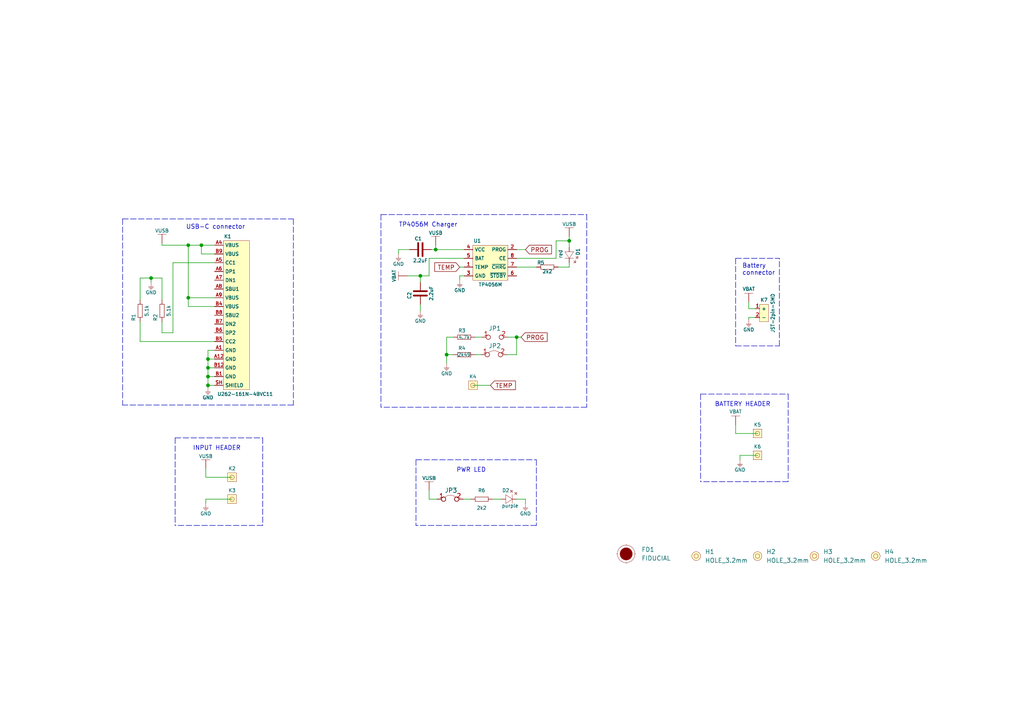
<source format=kicad_sch>
(kicad_sch (version 20210621) (generator eeschema)

  (uuid 7f68317b-3536-487d-83df-496c457e5776)

  (paper "A4")

  (title_block
    (title "LI-ION charger")
    (date "2021-06-16")
    (rev "V1.1.1.")
    (company "SOLDERED")
    (comment 1 "333013")
  )

  (lib_symbols
    (symbol "e-radionica.com schematics:0402LED" (pin_numbers hide) (pin_names (offset 0.254) hide) (in_bom yes) (on_board yes)
      (property "Reference" "D" (id 0) (at -0.635 2.54 0)
        (effects (font (size 1 1)))
      )
      (property "Value" "0402LED" (id 1) (at 0 -2.54 0)
        (effects (font (size 1 1)))
      )
      (property "Footprint" "e-radionica.com footprinti:0402LED" (id 2) (at 0 5.08 0)
        (effects (font (size 1 1)) hide)
      )
      (property "Datasheet" "" (id 3) (at 0 0 0)
        (effects (font (size 1 1)) hide)
      )
      (symbol "0402LED_0_1"
        (polyline
          (pts
            (xy -0.635 1.27)
            (xy 1.27 0)
          )
          (stroke (width 0.0006)) (fill (type none))
        )
        (polyline
          (pts
            (xy 0.635 1.905)
            (xy 1.27 2.54)
          )
          (stroke (width 0.0006)) (fill (type none))
        )
        (polyline
          (pts
            (xy 1.27 1.27)
            (xy 1.27 -1.27)
          )
          (stroke (width 0.0006)) (fill (type none))
        )
        (polyline
          (pts
            (xy 1.905 1.27)
            (xy 2.54 1.905)
          )
          (stroke (width 0.0006)) (fill (type none))
        )
        (polyline
          (pts
            (xy -0.635 1.27)
            (xy -0.635 -1.27)
            (xy 1.27 0)
          )
          (stroke (width 0.0006)) (fill (type none))
        )
        (polyline
          (pts
            (xy 1.27 2.54)
            (xy 0.635 2.54)
            (xy 1.27 1.905)
            (xy 1.27 2.54)
          )
          (stroke (width 0.0006)) (fill (type none))
        )
        (polyline
          (pts
            (xy 2.54 1.905)
            (xy 1.905 1.905)
            (xy 2.54 1.27)
            (xy 2.54 1.905)
          )
          (stroke (width 0.0006)) (fill (type none))
        )
      )
      (symbol "0402LED_1_1"
        (pin passive line (at -1.905 0 0) (length 1.27)
          (name "A" (effects (font (size 1.27 1.27))))
          (number "1" (effects (font (size 1.27 1.27))))
        )
        (pin passive line (at 2.54 0 180) (length 1.27)
          (name "K" (effects (font (size 1.27 1.27))))
          (number "2" (effects (font (size 1.27 1.27))))
        )
      )
    )
    (symbol "e-radionica.com schematics:0402LED_1" (pin_numbers hide) (pin_names (offset 0.254) hide) (in_bom yes) (on_board yes)
      (property "Reference" "D" (id 0) (at -0.635 2.54 0)
        (effects (font (size 1 1)))
      )
      (property "Value" "0402LED" (id 1) (at 0 -2.54 0)
        (effects (font (size 1 1)))
      )
      (property "Footprint" "e-radionica.com footprinti:0402LED" (id 2) (at 0 5.08 0)
        (effects (font (size 1 1)) hide)
      )
      (property "Datasheet" "" (id 3) (at 0 0 0)
        (effects (font (size 1 1)) hide)
      )
      (symbol "0402LED_1_0_1"
        (polyline
          (pts
            (xy -0.635 1.27)
            (xy 1.27 0)
          )
          (stroke (width 0.0006)) (fill (type none))
        )
        (polyline
          (pts
            (xy 0.635 1.905)
            (xy 1.27 2.54)
          )
          (stroke (width 0.0006)) (fill (type none))
        )
        (polyline
          (pts
            (xy 1.27 1.27)
            (xy 1.27 -1.27)
          )
          (stroke (width 0.0006)) (fill (type none))
        )
        (polyline
          (pts
            (xy 1.905 1.27)
            (xy 2.54 1.905)
          )
          (stroke (width 0.0006)) (fill (type none))
        )
        (polyline
          (pts
            (xy -0.635 1.27)
            (xy -0.635 -1.27)
            (xy 1.27 0)
          )
          (stroke (width 0.0006)) (fill (type none))
        )
        (polyline
          (pts
            (xy 1.27 2.54)
            (xy 0.635 2.54)
            (xy 1.27 1.905)
            (xy 1.27 2.54)
          )
          (stroke (width 0.0006)) (fill (type none))
        )
        (polyline
          (pts
            (xy 2.54 1.905)
            (xy 1.905 1.905)
            (xy 2.54 1.27)
            (xy 2.54 1.905)
          )
          (stroke (width 0.0006)) (fill (type none))
        )
      )
      (symbol "0402LED_1_1_1"
        (pin passive line (at -1.905 0 0) (length 1.27)
          (name "A" (effects (font (size 1.27 1.27))))
          (number "1" (effects (font (size 1.27 1.27))))
        )
        (pin passive line (at 2.54 0 180) (length 1.27)
          (name "K" (effects (font (size 1.27 1.27))))
          (number "2" (effects (font (size 1.27 1.27))))
        )
      )
    )
    (symbol "e-radionica.com schematics:0402R" (pin_numbers hide) (pin_names (offset 0.254)) (in_bom yes) (on_board yes)
      (property "Reference" "R" (id 0) (at -1.905 1.27 0)
        (effects (font (size 1 1)))
      )
      (property "Value" "0402R" (id 1) (at 0 -1.27 0)
        (effects (font (size 1 1)))
      )
      (property "Footprint" "e-radionica.com footprinti:0402R" (id 2) (at -2.54 1.905 0)
        (effects (font (size 1 1)) hide)
      )
      (property "Datasheet" "" (id 3) (at -2.54 1.905 0)
        (effects (font (size 1 1)) hide)
      )
      (symbol "0402R_0_1"
        (rectangle (start -1.905 -0.635) (end 1.905 -0.6604)
          (stroke (width 0.1)) (fill (type none))
        )
        (rectangle (start -1.905 0.635) (end -1.8796 -0.635)
          (stroke (width 0.1)) (fill (type none))
        )
        (rectangle (start -1.905 0.635) (end 1.905 0.6096)
          (stroke (width 0.1)) (fill (type none))
        )
        (rectangle (start 1.905 0.635) (end 1.9304 -0.635)
          (stroke (width 0.1)) (fill (type none))
        )
      )
      (symbol "0402R_1_1"
        (pin passive line (at -3.175 0 0) (length 1.27)
          (name "~" (effects (font (size 1.27 1.27))))
          (number "1" (effects (font (size 1.27 1.27))))
        )
        (pin passive line (at 3.175 0 180) (length 1.27)
          (name "~" (effects (font (size 1.27 1.27))))
          (number "2" (effects (font (size 1.27 1.27))))
        )
      )
    )
    (symbol "e-radionica.com schematics:0603C" (pin_numbers hide) (pin_names (offset 0.002)) (in_bom yes) (on_board yes)
      (property "Reference" "C" (id 0) (at -0.635 3.175 0)
        (effects (font (size 1 1)))
      )
      (property "Value" "0603C" (id 1) (at 0 -3.175 0)
        (effects (font (size 1 1)))
      )
      (property "Footprint" "e-radionica.com footprinti:0603C" (id 2) (at 0 0 0)
        (effects (font (size 1 1)) hide)
      )
      (property "Datasheet" "" (id 3) (at 0 0 0)
        (effects (font (size 1 1)) hide)
      )
      (symbol "0603C_0_1"
        (polyline
          (pts
            (xy -0.635 1.905)
            (xy -0.635 -1.905)
          )
          (stroke (width 0.5)) (fill (type none))
        )
        (polyline
          (pts
            (xy 0.635 1.905)
            (xy 0.635 -1.905)
          )
          (stroke (width 0.5)) (fill (type none))
        )
      )
      (symbol "0603C_1_1"
        (pin passive line (at -3.175 0 0) (length 2.54)
          (name "~" (effects (font (size 1.27 1.27))))
          (number "1" (effects (font (size 1.27 1.27))))
        )
        (pin passive line (at 3.175 0 180) (length 2.54)
          (name "~" (effects (font (size 1.27 1.27))))
          (number "2" (effects (font (size 1.27 1.27))))
        )
      )
    )
    (symbol "e-radionica.com schematics:0603R" (pin_numbers hide) (pin_names (offset 0.254)) (in_bom yes) (on_board yes)
      (property "Reference" "R" (id 0) (at -1.905 1.905 0)
        (effects (font (size 1 1)))
      )
      (property "Value" "0603R" (id 1) (at 0 -1.905 0)
        (effects (font (size 1 1)))
      )
      (property "Footprint" "e-radionica.com footprinti:0603R" (id 2) (at -0.635 1.905 0)
        (effects (font (size 1 1)) hide)
      )
      (property "Datasheet" "" (id 3) (at -0.635 1.905 0)
        (effects (font (size 1 1)) hide)
      )
      (symbol "0603R_0_1"
        (rectangle (start -1.905 -0.635) (end 1.905 -0.6604)
          (stroke (width 0.1)) (fill (type none))
        )
        (rectangle (start -1.905 0.635) (end -1.8796 -0.635)
          (stroke (width 0.1)) (fill (type none))
        )
        (rectangle (start -1.905 0.635) (end 1.905 0.6096)
          (stroke (width 0.1)) (fill (type none))
        )
        (rectangle (start 1.905 0.635) (end 1.9304 -0.635)
          (stroke (width 0.1)) (fill (type none))
        )
      )
      (symbol "0603R_1_1"
        (pin passive line (at -3.175 0 0) (length 1.27)
          (name "~" (effects (font (size 1.27 1.27))))
          (number "1" (effects (font (size 1.27 1.27))))
        )
        (pin passive line (at 3.175 0 180) (length 1.27)
          (name "~" (effects (font (size 1.27 1.27))))
          (number "2" (effects (font (size 1.27 1.27))))
        )
      )
    )
    (symbol "e-radionica.com schematics:0603R_1" (pin_numbers hide) (pin_names (offset 0.254)) (in_bom yes) (on_board yes)
      (property "Reference" "R" (id 0) (at -1.905 1.905 0)
        (effects (font (size 1 1)))
      )
      (property "Value" "0603R" (id 1) (at 0 -1.905 0)
        (effects (font (size 1 1)))
      )
      (property "Footprint" "e-radionica.com footprinti:0603R" (id 2) (at -0.635 1.905 0)
        (effects (font (size 1 1)) hide)
      )
      (property "Datasheet" "" (id 3) (at -0.635 1.905 0)
        (effects (font (size 1 1)) hide)
      )
      (symbol "0603R_1_0_1"
        (rectangle (start -1.905 -0.635) (end 1.905 -0.6604)
          (stroke (width 0.1)) (fill (type none))
        )
        (rectangle (start -1.905 0.635) (end -1.8796 -0.635)
          (stroke (width 0.1)) (fill (type none))
        )
        (rectangle (start -1.905 0.635) (end 1.905 0.6096)
          (stroke (width 0.1)) (fill (type none))
        )
        (rectangle (start 1.905 0.635) (end 1.9304 -0.635)
          (stroke (width 0.1)) (fill (type none))
        )
      )
      (symbol "0603R_1_1_1"
        (pin passive line (at -3.175 0 0) (length 1.27)
          (name "~" (effects (font (size 1.27 1.27))))
          (number "1" (effects (font (size 1.27 1.27))))
        )
        (pin passive line (at 3.175 0 180) (length 1.27)
          (name "~" (effects (font (size 1.27 1.27))))
          (number "2" (effects (font (size 1.27 1.27))))
        )
      )
    )
    (symbol "e-radionica.com schematics:0603R_2" (pin_numbers hide) (pin_names (offset 0.254)) (in_bom yes) (on_board yes)
      (property "Reference" "R" (id 0) (at -1.905 1.905 0)
        (effects (font (size 1 1)))
      )
      (property "Value" "0603R" (id 1) (at 0 -1.905 0)
        (effects (font (size 1 1)))
      )
      (property "Footprint" "e-radionica.com footprinti:0603R" (id 2) (at -0.635 1.905 0)
        (effects (font (size 1 1)) hide)
      )
      (property "Datasheet" "" (id 3) (at -0.635 1.905 0)
        (effects (font (size 1 1)) hide)
      )
      (symbol "0603R_2_0_1"
        (rectangle (start -1.905 -0.635) (end 1.905 -0.6604)
          (stroke (width 0.1)) (fill (type none))
        )
        (rectangle (start -1.905 0.635) (end -1.8796 -0.635)
          (stroke (width 0.1)) (fill (type none))
        )
        (rectangle (start -1.905 0.635) (end 1.905 0.6096)
          (stroke (width 0.1)) (fill (type none))
        )
        (rectangle (start 1.905 0.635) (end 1.9304 -0.635)
          (stroke (width 0.1)) (fill (type none))
        )
      )
      (symbol "0603R_2_1_1"
        (pin passive line (at -3.175 0 0) (length 1.27)
          (name "~" (effects (font (size 1.27 1.27))))
          (number "1" (effects (font (size 1.27 1.27))))
        )
        (pin passive line (at 3.175 0 180) (length 1.27)
          (name "~" (effects (font (size 1.27 1.27))))
          (number "2" (effects (font (size 1.27 1.27))))
        )
      )
    )
    (symbol "e-radionica.com schematics:FIDUCIAL" (in_bom no) (on_board yes)
      (property "Reference" "FD" (id 0) (at 0 3.81 0)
        (effects (font (size 1.27 1.27)))
      )
      (property "Value" "FIDUCIAL" (id 1) (at 0 -3.81 0)
        (effects (font (size 1.27 1.27)))
      )
      (property "Footprint" "e-radionica.com footprinti:FIDUCIAL_23" (id 2) (at 0.254 -5.334 0)
        (effects (font (size 1.27 1.27)) hide)
      )
      (property "Datasheet" "" (id 3) (at 0 0 0)
        (effects (font (size 1.27 1.27)) hide)
      )
      (symbol "FIDUCIAL_0_1"
        (circle (center 0 0) (radius 2.54) (stroke (width 0.0006)) (fill (type none)))
        (circle (center 0 0) (radius 1.7961) (stroke (width 0.001)) (fill (type outline)))
        (polyline
          (pts
            (xy -2.54 0)
            (xy -2.794 0)
          )
          (stroke (width 0.0006)) (fill (type none))
        )
        (polyline
          (pts
            (xy 0 -2.54)
            (xy 0 -2.794)
          )
          (stroke (width 0.0006)) (fill (type none))
        )
        (polyline
          (pts
            (xy 0 2.54)
            (xy 0 2.794)
          )
          (stroke (width 0.0006)) (fill (type none))
        )
        (polyline
          (pts
            (xy 2.54 0)
            (xy 2.794 0)
          )
          (stroke (width 0.0006)) (fill (type none))
        )
      )
    )
    (symbol "e-radionica.com schematics:GND" (power) (pin_names (offset 0)) (in_bom yes) (on_board yes)
      (property "Reference" "#PWR" (id 0) (at 4.445 0 0)
        (effects (font (size 1 1)) hide)
      )
      (property "Value" "GND" (id 1) (at 0 -2.921 0)
        (effects (font (size 1 1)))
      )
      (property "Footprint" "" (id 2) (at 4.445 3.81 0)
        (effects (font (size 1 1)) hide)
      )
      (property "Datasheet" "" (id 3) (at 4.445 3.81 0)
        (effects (font (size 1 1)) hide)
      )
      (property "ki_keywords" "power-flag" (id 4) (at 0 0 0)
        (effects (font (size 1.27 1.27)) hide)
      )
      (property "ki_description" "Power symbol creates a global label with name \"+3V3\"" (id 5) (at 0 0 0)
        (effects (font (size 1.27 1.27)) hide)
      )
      (symbol "GND_0_1"
        (polyline
          (pts
            (xy -0.762 -1.27)
            (xy 0.762 -1.27)
          )
          (stroke (width 0.0006)) (fill (type none))
        )
        (polyline
          (pts
            (xy -0.635 -1.524)
            (xy 0.635 -1.524)
          )
          (stroke (width 0.0006)) (fill (type none))
        )
        (polyline
          (pts
            (xy -0.381 -1.778)
            (xy 0.381 -1.778)
          )
          (stroke (width 0.0006)) (fill (type none))
        )
        (polyline
          (pts
            (xy -0.127 -2.032)
            (xy 0.127 -2.032)
          )
          (stroke (width 0.0006)) (fill (type none))
        )
        (polyline
          (pts
            (xy 0 0)
            (xy 0 -1.27)
          )
          (stroke (width 0.0006)) (fill (type none))
        )
      )
      (symbol "GND_1_1"
        (pin power_in line (at 0 0 270) (length 0) hide
          (name "GND" (effects (font (size 1.27 1.27))))
          (number "1" (effects (font (size 1.27 1.27))))
        )
      )
    )
    (symbol "e-radionica.com schematics:GND_1" (power) (pin_names (offset 0)) (in_bom yes) (on_board yes)
      (property "Reference" "#PWR" (id 0) (at 4.445 0 0)
        (effects (font (size 1 1)) hide)
      )
      (property "Value" "GND" (id 1) (at 0 -2.921 0)
        (effects (font (size 1 1)))
      )
      (property "Footprint" "" (id 2) (at 4.445 3.81 0)
        (effects (font (size 1 1)) hide)
      )
      (property "Datasheet" "" (id 3) (at 4.445 3.81 0)
        (effects (font (size 1 1)) hide)
      )
      (property "ki_keywords" "power-flag" (id 4) (at 0 0 0)
        (effects (font (size 1.27 1.27)) hide)
      )
      (property "ki_description" "Power symbol creates a global label with name \"+3V3\"" (id 5) (at 0 0 0)
        (effects (font (size 1.27 1.27)) hide)
      )
      (symbol "GND_1_0_1"
        (polyline
          (pts
            (xy -0.762 -1.27)
            (xy 0.762 -1.27)
          )
          (stroke (width 0.0006)) (fill (type none))
        )
        (polyline
          (pts
            (xy -0.635 -1.524)
            (xy 0.635 -1.524)
          )
          (stroke (width 0.0006)) (fill (type none))
        )
        (polyline
          (pts
            (xy -0.381 -1.778)
            (xy 0.381 -1.778)
          )
          (stroke (width 0.0006)) (fill (type none))
        )
        (polyline
          (pts
            (xy -0.127 -2.032)
            (xy 0.127 -2.032)
          )
          (stroke (width 0.0006)) (fill (type none))
        )
        (polyline
          (pts
            (xy 0 0)
            (xy 0 -1.27)
          )
          (stroke (width 0.0006)) (fill (type none))
        )
      )
      (symbol "GND_1_1_1"
        (pin power_in line (at 0 0 270) (length 0) hide
          (name "GND" (effects (font (size 1.27 1.27))))
          (number "1" (effects (font (size 1.27 1.27))))
        )
      )
    )
    (symbol "e-radionica.com schematics:GND_3" (power) (pin_names (offset 0)) (in_bom yes) (on_board yes)
      (property "Reference" "#PWR" (id 0) (at 4.445 0 0)
        (effects (font (size 1 1)) hide)
      )
      (property "Value" "GND" (id 1) (at 0 -2.921 0)
        (effects (font (size 1 1)))
      )
      (property "Footprint" "" (id 2) (at 4.445 3.81 0)
        (effects (font (size 1 1)) hide)
      )
      (property "Datasheet" "" (id 3) (at 4.445 3.81 0)
        (effects (font (size 1 1)) hide)
      )
      (property "ki_keywords" "power-flag" (id 4) (at 0 0 0)
        (effects (font (size 1.27 1.27)) hide)
      )
      (property "ki_description" "Power symbol creates a global label with name \"+3V3\"" (id 5) (at 0 0 0)
        (effects (font (size 1.27 1.27)) hide)
      )
      (symbol "GND_3_0_1"
        (polyline
          (pts
            (xy -0.762 -1.27)
            (xy 0.762 -1.27)
          )
          (stroke (width 0.0006)) (fill (type none))
        )
        (polyline
          (pts
            (xy -0.635 -1.524)
            (xy 0.635 -1.524)
          )
          (stroke (width 0.0006)) (fill (type none))
        )
        (polyline
          (pts
            (xy -0.381 -1.778)
            (xy 0.381 -1.778)
          )
          (stroke (width 0.0006)) (fill (type none))
        )
        (polyline
          (pts
            (xy -0.127 -2.032)
            (xy 0.127 -2.032)
          )
          (stroke (width 0.0006)) (fill (type none))
        )
        (polyline
          (pts
            (xy 0 0)
            (xy 0 -1.27)
          )
          (stroke (width 0.0006)) (fill (type none))
        )
      )
      (symbol "GND_3_1_1"
        (pin power_in line (at 0 0 270) (length 0) hide
          (name "GND" (effects (font (size 1.27 1.27))))
          (number "1" (effects (font (size 1.27 1.27))))
        )
      )
    )
    (symbol "e-radionica.com schematics:GND_5" (power) (pin_names (offset 0)) (in_bom yes) (on_board yes)
      (property "Reference" "#PWR" (id 0) (at 4.445 0 0)
        (effects (font (size 1 1)) hide)
      )
      (property "Value" "GND" (id 1) (at 0 -2.921 0)
        (effects (font (size 1 1)))
      )
      (property "Footprint" "" (id 2) (at 4.445 3.81 0)
        (effects (font (size 1 1)) hide)
      )
      (property "Datasheet" "" (id 3) (at 4.445 3.81 0)
        (effects (font (size 1 1)) hide)
      )
      (property "ki_keywords" "power-flag" (id 4) (at 0 0 0)
        (effects (font (size 1.27 1.27)) hide)
      )
      (property "ki_description" "Power symbol creates a global label with name \"+3V3\"" (id 5) (at 0 0 0)
        (effects (font (size 1.27 1.27)) hide)
      )
      (symbol "GND_5_0_1"
        (polyline
          (pts
            (xy -0.762 -1.27)
            (xy 0.762 -1.27)
          )
          (stroke (width 0.0006)) (fill (type none))
        )
        (polyline
          (pts
            (xy -0.635 -1.524)
            (xy 0.635 -1.524)
          )
          (stroke (width 0.0006)) (fill (type none))
        )
        (polyline
          (pts
            (xy -0.381 -1.778)
            (xy 0.381 -1.778)
          )
          (stroke (width 0.0006)) (fill (type none))
        )
        (polyline
          (pts
            (xy -0.127 -2.032)
            (xy 0.127 -2.032)
          )
          (stroke (width 0.0006)) (fill (type none))
        )
        (polyline
          (pts
            (xy 0 0)
            (xy 0 -1.27)
          )
          (stroke (width 0.0006)) (fill (type none))
        )
      )
      (symbol "GND_5_1_1"
        (pin power_in line (at 0 0 270) (length 0) hide
          (name "GND" (effects (font (size 1.27 1.27))))
          (number "1" (effects (font (size 1.27 1.27))))
        )
      )
    )
    (symbol "e-radionica.com schematics:GND_8" (power) (pin_names (offset 0)) (in_bom yes) (on_board yes)
      (property "Reference" "#PWR" (id 0) (at 4.445 0 0)
        (effects (font (size 1 1)) hide)
      )
      (property "Value" "GND" (id 1) (at 0 -2.921 0)
        (effects (font (size 1 1)))
      )
      (property "Footprint" "" (id 2) (at 4.445 3.81 0)
        (effects (font (size 1 1)) hide)
      )
      (property "Datasheet" "" (id 3) (at 4.445 3.81 0)
        (effects (font (size 1 1)) hide)
      )
      (property "ki_keywords" "power-flag" (id 4) (at 0 0 0)
        (effects (font (size 1.27 1.27)) hide)
      )
      (property "ki_description" "Power symbol creates a global label with name \"+3V3\"" (id 5) (at 0 0 0)
        (effects (font (size 1.27 1.27)) hide)
      )
      (symbol "GND_8_0_1"
        (polyline
          (pts
            (xy -0.762 -1.27)
            (xy 0.762 -1.27)
          )
          (stroke (width 0.0006)) (fill (type none))
        )
        (polyline
          (pts
            (xy -0.635 -1.524)
            (xy 0.635 -1.524)
          )
          (stroke (width 0.0006)) (fill (type none))
        )
        (polyline
          (pts
            (xy -0.381 -1.778)
            (xy 0.381 -1.778)
          )
          (stroke (width 0.0006)) (fill (type none))
        )
        (polyline
          (pts
            (xy -0.127 -2.032)
            (xy 0.127 -2.032)
          )
          (stroke (width 0.0006)) (fill (type none))
        )
        (polyline
          (pts
            (xy 0 0)
            (xy 0 -1.27)
          )
          (stroke (width 0.0006)) (fill (type none))
        )
      )
      (symbol "GND_8_1_1"
        (pin power_in line (at 0 0 270) (length 0) hide
          (name "GND" (effects (font (size 1.27 1.27))))
          (number "1" (effects (font (size 1.27 1.27))))
        )
      )
    )
    (symbol "e-radionica.com schematics:HEADER_MALE_1X1" (pin_numbers hide) (pin_names hide) (in_bom yes) (on_board yes)
      (property "Reference" "K" (id 0) (at -0.635 2.54 0)
        (effects (font (size 1 1)))
      )
      (property "Value" "HEADER_MALE_1X1" (id 1) (at 0 -2.54 0)
        (effects (font (size 1 1)))
      )
      (property "Footprint" "e-radionica.com footprinti:HEADER_MALE_1X1" (id 2) (at 0 0 0)
        (effects (font (size 1 1)) hide)
      )
      (property "Datasheet" "" (id 3) (at 0 0 0)
        (effects (font (size 1 1)) hide)
      )
      (symbol "HEADER_MALE_1X1_0_1"
        (circle (center 0 0) (radius 0.635) (stroke (width 0.0006)) (fill (type none)))
        (rectangle (start -1.27 1.27) (end 1.27 -1.27)
          (stroke (width 0.001)) (fill (type background))
        )
      )
      (symbol "HEADER_MALE_1X1_1_1"
        (pin passive line (at 0 0 180) (length 0)
          (name "~" (effects (font (size 1 1))))
          (number "1" (effects (font (size 1 1))))
        )
      )
    )
    (symbol "e-radionica.com schematics:HOLE_3.2mm" (pin_numbers hide) (pin_names hide) (in_bom yes) (on_board yes)
      (property "Reference" "H" (id 0) (at 0 2.54 0)
        (effects (font (size 1.27 1.27)))
      )
      (property "Value" "HOLE_3.2mm" (id 1) (at 0 -2.54 0)
        (effects (font (size 1.27 1.27)))
      )
      (property "Footprint" "e-radionica.com footprinti:HOLE_3.2mm" (id 2) (at 0 0 0)
        (effects (font (size 1.27 1.27)) hide)
      )
      (property "Datasheet" "" (id 3) (at 0 0 0)
        (effects (font (size 1.27 1.27)) hide)
      )
      (symbol "HOLE_3.2mm_0_1"
        (circle (center 0 0) (radius 0.635) (stroke (width 0.0006)) (fill (type none)))
        (circle (center 0 0) (radius 1.27) (stroke (width 0.001)) (fill (type background)))
      )
    )
    (symbol "e-radionica.com schematics:JST-2pin-SMD" (in_bom yes) (on_board yes)
      (property "Reference" "K" (id 0) (at -1.27 5.08 0)
        (effects (font (size 1 1)))
      )
      (property "Value" "JST-2pin-SMD" (id 1) (at 0 -2.54 0)
        (effects (font (size 1 1)))
      )
      (property "Footprint" "e-radionica.com footprinti:JST-2pin-SMD" (id 2) (at 0 0 0)
        (effects (font (size 1 1)) hide)
      )
      (property "Datasheet" "" (id 3) (at 0 0 0)
        (effects (font (size 1 1)) hide)
      )
      (symbol "JST-2pin-SMD_0_1"
        (rectangle (start -2.54 3.81) (end 0 -1.27)
          (stroke (width 0.001)) (fill (type background))
        )
      )
      (symbol "JST-2pin-SMD_1_1"
        (pin passive line (at 1.27 0 180) (length 1.27)
          (name "+" (effects (font (size 1 1))))
          (number "1" (effects (font (size 1 1))))
        )
        (pin passive line (at 1.27 2.54 180) (length 1.27)
          (name "-" (effects (font (size 1 1))))
          (number "2" (effects (font (size 1 1))))
        )
      )
    )
    (symbol "e-radionica.com schematics:SMD-JUMPER-CONNECTED" (in_bom yes) (on_board yes)
      (property "Reference" "JP" (id 0) (at 0 3.556 0)
        (effects (font (size 1.27 1.27)))
      )
      (property "Value" "SMD-JUMPER-CONNECTED" (id 1) (at 0 -2.54 0)
        (effects (font (size 1.27 1.27)))
      )
      (property "Footprint" "e-radionica.com footprinti:SMD_JUMPER_CONNECTED" (id 2) (at 0 0 0)
        (effects (font (size 1.27 1.27)) hide)
      )
      (property "Datasheet" "" (id 3) (at 0 0 0)
        (effects (font (size 1.27 1.27)) hide)
      )
      (symbol "SMD-JUMPER-CONNECTED_0_1"
        (arc (start -1.8034 0.5588) (end 1.397 0.5842) (radius (at -0.1875 -1.4124) (length 2.5489) (angles 129.3 51.6))
          (stroke (width 0.0006)) (fill (type none))
        )
      )
      (symbol "SMD-JUMPER-CONNECTED_1_1"
        (pin passive inverted (at -4.064 0 0) (length 2.54)
          (name "" (effects (font (size 1.27 1.27))))
          (number "1" (effects (font (size 1.27 1.27))))
        )
        (pin passive inverted (at 3.556 0 180) (length 2.54)
          (name "" (effects (font (size 1.27 1.27))))
          (number "2" (effects (font (size 1.27 1.27))))
        )
      )
    )
    (symbol "e-radionica.com schematics:SMD-JUMPER-CONNECTED_TRACE_SLODERMASK" (in_bom yes) (on_board yes)
      (property "Reference" "JP" (id 0) (at 0 3.556 0)
        (effects (font (size 1.27 1.27)))
      )
      (property "Value" "SMD-JUMPER-CONNECTED_TRACE_SLODERMASK" (id 1) (at 0 -2.54 0)
        (effects (font (size 1.27 1.27)))
      )
      (property "Footprint" "e-radionica.com footprinti:SMD-JUMPER-CONNECTED_TRACE_SLODERMASK" (id 2) (at 0 -5.715 0)
        (effects (font (size 1.27 1.27)) hide)
      )
      (property "Datasheet" "" (id 3) (at 0 0 0)
        (effects (font (size 1.27 1.27)) hide)
      )
      (symbol "SMD-JUMPER-CONNECTED_TRACE_SLODERMASK_0_1"
        (arc (start -1.8034 0.5588) (end 1.397 0.5842) (radius (at -0.1875 -1.4124) (length 2.5489) (angles 129.3 51.6))
          (stroke (width 0.0006)) (fill (type none))
        )
      )
      (symbol "SMD-JUMPER-CONNECTED_TRACE_SLODERMASK_1_1"
        (pin passive inverted (at -4.064 0 0) (length 2.54)
          (name "" (effects (font (size 1.27 1.27))))
          (number "1" (effects (font (size 1.27 1.27))))
        )
        (pin passive inverted (at 3.556 0 180) (length 2.54)
          (name "" (effects (font (size 1.27 1.27))))
          (number "2" (effects (font (size 1.27 1.27))))
        )
      )
    )
    (symbol "e-radionica.com schematics:SMD_JUMPER" (in_bom yes) (on_board yes)
      (property "Reference" "JP" (id 0) (at 0 1.397 0)
        (effects (font (size 1.27 1.27)))
      )
      (property "Value" "SMD_JUMPER" (id 1) (at 0.508 -3.048 0)
        (effects (font (size 1.27 1.27)))
      )
      (property "Footprint" "e-radionica.com footprinti:SMD_JUMPER" (id 2) (at 0 0 0)
        (effects (font (size 1.27 1.27)) hide)
      )
      (property "Datasheet" "" (id 3) (at 0 0 0)
        (effects (font (size 1.27 1.27)) hide)
      )
      (symbol "SMD_JUMPER_1_1"
        (pin passive inverted (at -3.81 0 0) (length 2.54)
          (name "" (effects (font (size 1.27 1.27))))
          (number "1" (effects (font (size 1.27 1.27))))
        )
        (pin passive inverted (at 3.81 0 180) (length 2.54)
          (name "" (effects (font (size 1.27 1.27))))
          (number "2" (effects (font (size 1.27 1.27))))
        )
      )
    )
    (symbol "e-radionica.com schematics:TP4056M" (in_bom yes) (on_board yes)
      (property "Reference" "U" (id 0) (at -3.81 5.08 0)
        (effects (font (size 1 1)))
      )
      (property "Value" "TP4056M" (id 1) (at 0 -7.62 0)
        (effects (font (size 1 1)))
      )
      (property "Footprint" "e-radionica.com footprinti:TP4056M-MSOP8" (id 2) (at 0 0 0)
        (effects (font (size 1 1)) hide)
      )
      (property "Datasheet" "" (id 3) (at 0 0 0)
        (effects (font (size 1 1)) hide)
      )
      (symbol "TP4056M_0_1"
        (rectangle (start -5.08 3.81) (end 5.08 -6.35)
          (stroke (width 0.001)) (fill (type background))
        )
      )
      (symbol "TP4056M_1_1"
        (pin passive line (at -7.62 -2.54 0) (length 2.54)
          (name "TEMP" (effects (font (size 1 1))))
          (number "1" (effects (font (size 1 1))))
        )
        (pin passive line (at 7.62 2.54 180) (length 2.54)
          (name "PROG" (effects (font (size 1 1))))
          (number "2" (effects (font (size 1 1))))
        )
        (pin passive line (at -7.62 -5.08 0) (length 2.54)
          (name "GND" (effects (font (size 1 1))))
          (number "3" (effects (font (size 1 1))))
        )
        (pin passive line (at -7.62 2.54 0) (length 2.54)
          (name "VCC" (effects (font (size 1 1))))
          (number "4" (effects (font (size 1 1))))
        )
        (pin passive line (at -7.62 0 0) (length 2.54)
          (name "BAT" (effects (font (size 1 1))))
          (number "5" (effects (font (size 1 1))))
        )
        (pin passive line (at 7.62 -5.08 180) (length 2.54)
          (name "~{STDBY}" (effects (font (size 1 1))))
          (number "6" (effects (font (size 1 1))))
        )
        (pin passive line (at 7.62 -2.54 180) (length 2.54)
          (name "~{CHRG}" (effects (font (size 1 1))))
          (number "7" (effects (font (size 1 1))))
        )
        (pin passive line (at 7.62 0 180) (length 2.54)
          (name "CE" (effects (font (size 1 1))))
          (number "8" (effects (font (size 1 1))))
        )
      )
    )
    (symbol "e-radionica.com schematics:U262-161N-4BVC11" (in_bom yes) (on_board yes)
      (property "Reference" "K" (id 0) (at 0 22.86 0)
        (effects (font (size 1 1)))
      )
      (property "Value" "U262-161N-4BVC11" (id 1) (at 2.54 -22.86 0)
        (effects (font (size 1 1)))
      )
      (property "Footprint" "e-radionica.com footprinti:U262-161N-4BVC11" (id 2) (at 1.27 -3.81 0)
        (effects (font (size 1 1)) hide)
      )
      (property "Datasheet" "" (id 3) (at 1.27 -3.81 0)
        (effects (font (size 1 1)) hide)
      )
      (property "ki_keywords" "USBC USB-C USB" (id 4) (at 0 0 0)
        (effects (font (size 1.27 1.27)) hide)
      )
      (symbol "U262-161N-4BVC11_0_1"
        (rectangle (start -1.27 21.59) (end 6.35 -21.59)
          (stroke (width 0.001)) (fill (type background))
        )
      )
      (symbol "U262-161N-4BVC11_1_1"
        (pin passive line (at -3.81 -10.16 0) (length 2.54)
          (name "GND" (effects (font (size 1 1))))
          (number "A1" (effects (font (size 1 1))))
        )
        (pin passive line (at -3.81 -12.7 0) (length 2.54)
          (name "GND" (effects (font (size 1 1))))
          (number "A12" (effects (font (size 1 1))))
        )
        (pin passive line (at -3.81 20.32 0) (length 2.54)
          (name "VBUS" (effects (font (size 1 1))))
          (number "A4" (effects (font (size 1 1))))
        )
        (pin passive line (at -3.81 15.24 0) (length 2.54)
          (name "CC1" (effects (font (size 1 1))))
          (number "A5" (effects (font (size 1 1))))
        )
        (pin passive line (at -3.81 12.7 0) (length 2.54)
          (name "DP1" (effects (font (size 1 1))))
          (number "A6" (effects (font (size 1 1))))
        )
        (pin passive line (at -3.81 10.16 0) (length 2.54)
          (name "DN1" (effects (font (size 1 1))))
          (number "A7" (effects (font (size 1 1))))
        )
        (pin passive line (at -3.81 7.62 0) (length 2.54)
          (name "SBU1" (effects (font (size 1 1))))
          (number "A8" (effects (font (size 1 1))))
        )
        (pin passive line (at -3.81 5.08 0) (length 2.54)
          (name "VBUS" (effects (font (size 1 1))))
          (number "A9" (effects (font (size 1 1))))
        )
        (pin passive line (at -3.81 -17.78 0) (length 2.54)
          (name "GND" (effects (font (size 1 1))))
          (number "B1" (effects (font (size 1 1))))
        )
        (pin passive line (at -3.81 -15.24 0) (length 2.54)
          (name "GND" (effects (font (size 1 1))))
          (number "B12" (effects (font (size 1 1))))
        )
        (pin passive line (at -3.81 2.54 0) (length 2.54)
          (name "VBUS" (effects (font (size 1 1))))
          (number "B4" (effects (font (size 1 1))))
        )
        (pin passive line (at -3.81 -7.62 0) (length 2.54)
          (name "CC2" (effects (font (size 1 1))))
          (number "B5" (effects (font (size 1 1))))
        )
        (pin passive line (at -3.81 -5.08 0) (length 2.54)
          (name "DP2" (effects (font (size 1 1))))
          (number "B6" (effects (font (size 1 1))))
        )
        (pin passive line (at -3.81 -2.54 0) (length 2.54)
          (name "DN2" (effects (font (size 1 1))))
          (number "B7" (effects (font (size 1 1))))
        )
        (pin passive line (at -3.81 0 0) (length 2.54)
          (name "SBU2" (effects (font (size 1 1))))
          (number "B8" (effects (font (size 1 1))))
        )
        (pin passive line (at -3.81 17.78 0) (length 2.54)
          (name "VBUS" (effects (font (size 1 1))))
          (number "B9" (effects (font (size 1 1))))
        )
        (pin passive line (at -3.81 -20.32 0) (length 2.54)
          (name "SHIELD" (effects (font (size 1 1))))
          (number "SH" (effects (font (size 1 1))))
        )
      )
    )
    (symbol "e-radionica.com schematics:VBAT" (power) (pin_names (offset 0)) (in_bom yes) (on_board yes)
      (property "Reference" "#PWR" (id 0) (at 4.445 0 0)
        (effects (font (size 1 1)) hide)
      )
      (property "Value" "VBAT" (id 1) (at 0 3.556 0)
        (effects (font (size 1 1)))
      )
      (property "Footprint" "" (id 2) (at 4.445 3.81 0)
        (effects (font (size 1 1)) hide)
      )
      (property "Datasheet" "" (id 3) (at 4.445 3.81 0)
        (effects (font (size 1 1)) hide)
      )
      (property "ki_keywords" "power-flag" (id 4) (at 0 0 0)
        (effects (font (size 1.27 1.27)) hide)
      )
      (property "ki_description" "Power symbol creates a global label with name \"+3V3\"" (id 5) (at 0 0 0)
        (effects (font (size 1.27 1.27)) hide)
      )
      (symbol "VBAT_0_1"
        (polyline
          (pts
            (xy -1.27 2.54)
            (xy 1.27 2.54)
          )
          (stroke (width 0.0006)) (fill (type none))
        )
        (polyline
          (pts
            (xy 0 0)
            (xy 0 2.54)
          )
          (stroke (width 0)) (fill (type none))
        )
      )
      (symbol "VBAT_1_1"
        (pin power_in line (at 0 0 90) (length 0) hide
          (name "VBAT" (effects (font (size 1.27 1.27))))
          (number "1" (effects (font (size 1.27 1.27))))
        )
      )
    )
    (symbol "e-radionica.com schematics:VUSB" (power) (pin_names (offset 0)) (in_bom yes) (on_board yes)
      (property "Reference" "#PWR" (id 0) (at 4.445 0 0)
        (effects (font (size 1 1)) hide)
      )
      (property "Value" "VUSB" (id 1) (at 0 3.556 0)
        (effects (font (size 1 1)))
      )
      (property "Footprint" "" (id 2) (at 4.445 3.81 0)
        (effects (font (size 1 1)) hide)
      )
      (property "Datasheet" "" (id 3) (at 4.445 3.81 0)
        (effects (font (size 1 1)) hide)
      )
      (property "ki_keywords" "power-flag" (id 4) (at 0 0 0)
        (effects (font (size 1.27 1.27)) hide)
      )
      (property "ki_description" "Power symbol creates a global label with name \"+3V3\"" (id 5) (at 0 0 0)
        (effects (font (size 1.27 1.27)) hide)
      )
      (symbol "VUSB_0_1"
        (polyline
          (pts
            (xy -1.27 2.54)
            (xy 1.27 2.54)
          )
          (stroke (width 0.0006)) (fill (type none))
        )
        (polyline
          (pts
            (xy 0 0)
            (xy 0 2.54)
          )
          (stroke (width 0)) (fill (type none))
        )
      )
      (symbol "VUSB_1_1"
        (pin power_in line (at 0 0 90) (length 0) hide
          (name "VUSB" (effects (font (size 1.27 1.27))))
          (number "1" (effects (font (size 1.27 1.27))))
        )
      )
    )
    (symbol "e-radionica.com schematics:VUSB_2" (power) (pin_names (offset 0)) (in_bom yes) (on_board yes)
      (property "Reference" "#PWR" (id 0) (at 4.445 0 0)
        (effects (font (size 1 1)) hide)
      )
      (property "Value" "VUSB" (id 1) (at 0 3.556 0)
        (effects (font (size 1 1)))
      )
      (property "Footprint" "" (id 2) (at 4.445 3.81 0)
        (effects (font (size 1 1)) hide)
      )
      (property "Datasheet" "" (id 3) (at 4.445 3.81 0)
        (effects (font (size 1 1)) hide)
      )
      (property "ki_keywords" "power-flag" (id 4) (at 0 0 0)
        (effects (font (size 1.27 1.27)) hide)
      )
      (property "ki_description" "Power symbol creates a global label with name \"+3V3\"" (id 5) (at 0 0 0)
        (effects (font (size 1.27 1.27)) hide)
      )
      (symbol "VUSB_2_0_1"
        (polyline
          (pts
            (xy -1.27 2.54)
            (xy 1.27 2.54)
          )
          (stroke (width 0.0006)) (fill (type none))
        )
        (polyline
          (pts
            (xy 0 0)
            (xy 0 2.54)
          )
          (stroke (width 0)) (fill (type none))
        )
      )
      (symbol "VUSB_2_1_1"
        (pin power_in line (at 0 0 90) (length 0) hide
          (name "VUSB" (effects (font (size 1.27 1.27))))
          (number "1" (effects (font (size 1.27 1.27))))
        )
      )
    )
    (symbol "e-radionica.com schematics:VUSB_4" (power) (pin_names (offset 0)) (in_bom yes) (on_board yes)
      (property "Reference" "#PWR" (id 0) (at 4.445 0 0)
        (effects (font (size 1 1)) hide)
      )
      (property "Value" "VUSB" (id 1) (at 0 3.556 0)
        (effects (font (size 1 1)))
      )
      (property "Footprint" "" (id 2) (at 4.445 3.81 0)
        (effects (font (size 1 1)) hide)
      )
      (property "Datasheet" "" (id 3) (at 4.445 3.81 0)
        (effects (font (size 1 1)) hide)
      )
      (property "ki_keywords" "power-flag" (id 4) (at 0 0 0)
        (effects (font (size 1.27 1.27)) hide)
      )
      (property "ki_description" "Power symbol creates a global label with name \"+3V3\"" (id 5) (at 0 0 0)
        (effects (font (size 1.27 1.27)) hide)
      )
      (symbol "VUSB_4_0_1"
        (polyline
          (pts
            (xy -1.27 2.54)
            (xy 1.27 2.54)
          )
          (stroke (width 0.0006)) (fill (type none))
        )
        (polyline
          (pts
            (xy 0 0)
            (xy 0 2.54)
          )
          (stroke (width 0)) (fill (type none))
        )
      )
      (symbol "VUSB_4_1_1"
        (pin power_in line (at 0 0 90) (length 0) hide
          (name "VUSB" (effects (font (size 1.27 1.27))))
          (number "1" (effects (font (size 1.27 1.27))))
        )
      )
    )
  )

  (junction (at 43.815 80.645) (diameter 0.9144) (color 0 0 0 0))
  (junction (at 54.61 71.12) (diameter 0.9144) (color 0 0 0 0))
  (junction (at 54.61 86.36) (diameter 0.9144) (color 0 0 0 0))
  (junction (at 58.42 71.12) (diameter 0.9144) (color 0 0 0 0))
  (junction (at 60.325 104.14) (diameter 0.9144) (color 0 0 0 0))
  (junction (at 60.325 106.68) (diameter 0.9144) (color 0 0 0 0))
  (junction (at 60.325 109.22) (diameter 0.9144) (color 0 0 0 0))
  (junction (at 60.325 111.76) (diameter 0.9144) (color 0 0 0 0))
  (junction (at 121.92 80.01) (diameter 0.9144) (color 0 0 0 0))
  (junction (at 126.365 72.39) (diameter 0.9144) (color 0 0 0 0))
  (junction (at 129.54 102.87) (diameter 0.9144) (color 0 0 0 0))
  (junction (at 149.86 97.79) (diameter 0.9144) (color 0 0 0 0))
  (junction (at 165.1 69.85) (diameter 0.9144) (color 0 0 0 0))

  (wire (pts (xy 40.64 80.645) (xy 40.64 86.995))
    (stroke (width 0) (type solid) (color 0 0 0 0))
    (uuid 619d9e30-ca18-4504-9670-ce35da62c9f8)
  )
  (wire (pts (xy 40.64 80.645) (xy 43.815 80.645))
    (stroke (width 0) (type solid) (color 0 0 0 0))
    (uuid 593af97f-8928-4245-a7ee-514308a34e08)
  )
  (wire (pts (xy 40.64 93.345) (xy 40.64 99.06))
    (stroke (width 0) (type solid) (color 0 0 0 0))
    (uuid 734058c8-c501-4488-a634-df8e39888e22)
  )
  (wire (pts (xy 43.815 80.645) (xy 43.815 81.915))
    (stroke (width 0) (type solid) (color 0 0 0 0))
    (uuid 2dc10216-f03d-48bc-b24d-ea42c566c879)
  )
  (wire (pts (xy 43.815 80.645) (xy 46.99 80.645))
    (stroke (width 0) (type solid) (color 0 0 0 0))
    (uuid 00ff5e82-c439-4212-ad71-7f259f8bb02e)
  )
  (wire (pts (xy 46.99 71.12) (xy 46.99 70.485))
    (stroke (width 0) (type solid) (color 0 0 0 0))
    (uuid 2ef21f58-f15f-4808-a29c-702d8763fce5)
  )
  (wire (pts (xy 46.99 71.12) (xy 54.61 71.12))
    (stroke (width 0) (type solid) (color 0 0 0 0))
    (uuid dcf9691b-86bd-4430-92d0-176036cd1f97)
  )
  (wire (pts (xy 46.99 80.645) (xy 46.99 86.995))
    (stroke (width 0) (type solid) (color 0 0 0 0))
    (uuid 9df1344f-c222-4e92-beb1-215664380b56)
  )
  (wire (pts (xy 46.99 93.345) (xy 46.99 96.52))
    (stroke (width 0) (type solid) (color 0 0 0 0))
    (uuid 250c1cdc-1776-4a7b-a542-720ae45fcef0)
  )
  (wire (pts (xy 46.99 96.52) (xy 50.165 96.52))
    (stroke (width 0) (type solid) (color 0 0 0 0))
    (uuid 72030a63-0b76-483a-8e8e-eeee6034d8c6)
  )
  (wire (pts (xy 50.165 76.2) (xy 62.23 76.2))
    (stroke (width 0) (type solid) (color 0 0 0 0))
    (uuid 258ef734-5fea-439c-9c00-2f8ba0b2f9ce)
  )
  (wire (pts (xy 50.165 96.52) (xy 50.165 76.2))
    (stroke (width 0) (type solid) (color 0 0 0 0))
    (uuid 9471a010-7d1f-4bb3-a1a7-c05eb8c5bfe6)
  )
  (wire (pts (xy 54.61 71.12) (xy 58.42 71.12))
    (stroke (width 0) (type solid) (color 0 0 0 0))
    (uuid 38711a16-8c7d-40fa-9967-472f3d3f005c)
  )
  (wire (pts (xy 54.61 86.36) (xy 54.61 71.12))
    (stroke (width 0) (type solid) (color 0 0 0 0))
    (uuid ab41a54a-ee13-432e-a6fa-6b2226dc2597)
  )
  (wire (pts (xy 54.61 86.36) (xy 54.61 88.9))
    (stroke (width 0) (type solid) (color 0 0 0 0))
    (uuid b149533e-4f1c-4e19-b4e2-b4031cef6857)
  )
  (wire (pts (xy 54.61 86.36) (xy 62.23 86.36))
    (stroke (width 0) (type solid) (color 0 0 0 0))
    (uuid 3cf62012-f071-47b0-a507-ae8ca9900271)
  )
  (wire (pts (xy 58.42 71.12) (xy 62.23 71.12))
    (stroke (width 0) (type solid) (color 0 0 0 0))
    (uuid e7521c33-9dac-40df-93bb-0fce465eb65b)
  )
  (wire (pts (xy 58.42 73.66) (xy 58.42 71.12))
    (stroke (width 0) (type solid) (color 0 0 0 0))
    (uuid 38813e42-ec83-4d0a-adff-fe3b62657279)
  )
  (wire (pts (xy 59.69 138.43) (xy 59.69 135.89))
    (stroke (width 0) (type solid) (color 0 0 0 0))
    (uuid 2c2e04d2-67b6-4505-9e3d-757bb811e405)
  )
  (wire (pts (xy 59.69 144.78) (xy 59.69 146.05))
    (stroke (width 0) (type solid) (color 0 0 0 0))
    (uuid a5bf2661-1208-4627-b255-ce02d0bdf6ce)
  )
  (wire (pts (xy 60.325 101.6) (xy 60.325 104.14))
    (stroke (width 0) (type solid) (color 0 0 0 0))
    (uuid b72ba83b-60dc-491c-81bb-63c1398e4136)
  )
  (wire (pts (xy 60.325 104.14) (xy 60.325 106.68))
    (stroke (width 0) (type solid) (color 0 0 0 0))
    (uuid 4354a1ba-eaa9-41a3-86e5-09e1af8585c2)
  )
  (wire (pts (xy 60.325 104.14) (xy 62.23 104.14))
    (stroke (width 0) (type solid) (color 0 0 0 0))
    (uuid 1b222ab7-b717-469c-8a29-7fb850bd1bff)
  )
  (wire (pts (xy 60.325 106.68) (xy 60.325 109.22))
    (stroke (width 0) (type solid) (color 0 0 0 0))
    (uuid 7f8bf114-2205-45f4-802c-78213cd778fe)
  )
  (wire (pts (xy 60.325 106.68) (xy 62.23 106.68))
    (stroke (width 0) (type solid) (color 0 0 0 0))
    (uuid 3afae872-05e1-4504-b141-e40a630e520b)
  )
  (wire (pts (xy 60.325 109.22) (xy 60.325 111.76))
    (stroke (width 0) (type solid) (color 0 0 0 0))
    (uuid 7642fc77-344b-4ad3-b458-546965a588c6)
  )
  (wire (pts (xy 60.325 109.22) (xy 62.23 109.22))
    (stroke (width 0) (type solid) (color 0 0 0 0))
    (uuid 46114a80-c22e-4c5c-a515-b143dfc308b0)
  )
  (wire (pts (xy 60.325 111.76) (xy 60.325 112.395))
    (stroke (width 0) (type solid) (color 0 0 0 0))
    (uuid fd430f89-ed2a-46c4-91c3-8af4826fe73f)
  )
  (wire (pts (xy 62.23 73.66) (xy 58.42 73.66))
    (stroke (width 0) (type solid) (color 0 0 0 0))
    (uuid 925a2718-2536-437b-a76d-f28d5aee2b32)
  )
  (wire (pts (xy 62.23 88.9) (xy 54.61 88.9))
    (stroke (width 0) (type solid) (color 0 0 0 0))
    (uuid 6e7bf4bd-1b5f-4ce7-bc0c-9849526dc58f)
  )
  (wire (pts (xy 62.23 99.06) (xy 40.64 99.06))
    (stroke (width 0) (type solid) (color 0 0 0 0))
    (uuid 9735d306-16e9-4008-9c81-d3d904b67002)
  )
  (wire (pts (xy 62.23 101.6) (xy 60.325 101.6))
    (stroke (width 0) (type solid) (color 0 0 0 0))
    (uuid 85416375-50b0-492f-9353-b75ff6e3189a)
  )
  (wire (pts (xy 62.23 111.76) (xy 60.325 111.76))
    (stroke (width 0) (type solid) (color 0 0 0 0))
    (uuid 10811853-ed53-4192-9019-e87a91ec4a88)
  )
  (wire (pts (xy 67.31 138.43) (xy 59.69 138.43))
    (stroke (width 0) (type solid) (color 0 0 0 0))
    (uuid 2c2e04d2-67b6-4505-9e3d-757bb811e405)
  )
  (wire (pts (xy 67.31 144.78) (xy 59.69 144.78))
    (stroke (width 0) (type solid) (color 0 0 0 0))
    (uuid a5bf2661-1208-4627-b255-ce02d0bdf6ce)
  )
  (wire (pts (xy 115.57 72.39) (xy 115.57 73.66))
    (stroke (width 0) (type solid) (color 0 0 0 0))
    (uuid 560183bf-be39-4e66-80da-7b93b85c273a)
  )
  (wire (pts (xy 118.745 72.39) (xy 115.57 72.39))
    (stroke (width 0) (type solid) (color 0 0 0 0))
    (uuid 560183bf-be39-4e66-80da-7b93b85c273a)
  )
  (wire (pts (xy 121.92 80.01) (xy 118.11 80.01))
    (stroke (width 0) (type solid) (color 0 0 0 0))
    (uuid 37a0133a-d8b2-49e5-9a9c-bc9e1b965932)
  )
  (wire (pts (xy 121.92 80.01) (xy 121.92 81.915))
    (stroke (width 0) (type solid) (color 0 0 0 0))
    (uuid d7883bb4-fc4f-4518-b86c-82afb4e656fd)
  )
  (wire (pts (xy 121.92 88.265) (xy 121.92 90.17))
    (stroke (width 0) (type solid) (color 0 0 0 0))
    (uuid bc62e785-35a9-45fc-bdb2-df2e2e4ac3b5)
  )
  (wire (pts (xy 124.46 74.93) (xy 124.46 80.01))
    (stroke (width 0) (type solid) (color 0 0 0 0))
    (uuid 37a0133a-d8b2-49e5-9a9c-bc9e1b965932)
  )
  (wire (pts (xy 124.46 80.01) (xy 121.92 80.01))
    (stroke (width 0) (type solid) (color 0 0 0 0))
    (uuid 37a0133a-d8b2-49e5-9a9c-bc9e1b965932)
  )
  (wire (pts (xy 124.46 144.78) (xy 124.46 142.24))
    (stroke (width 0) (type solid) (color 0 0 0 0))
    (uuid ff284cad-3b7e-4d59-a645-4ca9ec9b9be5)
  )
  (wire (pts (xy 125.095 72.39) (xy 126.365 72.39))
    (stroke (width 0) (type solid) (color 0 0 0 0))
    (uuid e536f4cd-3b59-4888-a5ca-34e29a2bf362)
  )
  (wire (pts (xy 126.365 72.39) (xy 126.365 71.12))
    (stroke (width 0) (type solid) (color 0 0 0 0))
    (uuid 98a5781a-d3b0-4942-a15a-95d130a7fca2)
  )
  (wire (pts (xy 126.746 144.78) (xy 124.46 144.78))
    (stroke (width 0) (type solid) (color 0 0 0 0))
    (uuid ff284cad-3b7e-4d59-a645-4ca9ec9b9be5)
  )
  (wire (pts (xy 129.54 97.79) (xy 129.54 102.87))
    (stroke (width 0) (type solid) (color 0 0 0 0))
    (uuid 71b11c88-82b1-422d-a2f3-431b539fd6d6)
  )
  (wire (pts (xy 129.54 102.87) (xy 129.54 105.41))
    (stroke (width 0) (type solid) (color 0 0 0 0))
    (uuid 64588be5-92f7-44f9-8bd8-b6dcb30b84f4)
  )
  (wire (pts (xy 131.445 97.79) (xy 129.54 97.79))
    (stroke (width 0) (type solid) (color 0 0 0 0))
    (uuid 71b11c88-82b1-422d-a2f3-431b539fd6d6)
  )
  (wire (pts (xy 131.445 102.87) (xy 129.54 102.87))
    (stroke (width 0) (type solid) (color 0 0 0 0))
    (uuid 64588be5-92f7-44f9-8bd8-b6dcb30b84f4)
  )
  (wire (pts (xy 133.35 77.47) (xy 134.62 77.47))
    (stroke (width 0) (type solid) (color 0 0 0 0))
    (uuid 162776ea-e723-4b53-be23-b680b8771f39)
  )
  (wire (pts (xy 133.35 80.01) (xy 133.35 81.28))
    (stroke (width 0) (type solid) (color 0 0 0 0))
    (uuid 5af68116-6d38-47b7-afc7-a6bafc8dfb98)
  )
  (wire (pts (xy 134.366 144.78) (xy 136.525 144.78))
    (stroke (width 0) (type solid) (color 0 0 0 0))
    (uuid a4224d4f-5457-4794-b9a4-3944a3107a2b)
  )
  (wire (pts (xy 134.62 72.39) (xy 126.365 72.39))
    (stroke (width 0) (type solid) (color 0 0 0 0))
    (uuid 98a5781a-d3b0-4942-a15a-95d130a7fca2)
  )
  (wire (pts (xy 134.62 74.93) (xy 124.46 74.93))
    (stroke (width 0) (type solid) (color 0 0 0 0))
    (uuid 37a0133a-d8b2-49e5-9a9c-bc9e1b965932)
  )
  (wire (pts (xy 134.62 80.01) (xy 133.35 80.01))
    (stroke (width 0) (type solid) (color 0 0 0 0))
    (uuid 5af68116-6d38-47b7-afc7-a6bafc8dfb98)
  )
  (wire (pts (xy 137.16 111.76) (xy 142.24 111.76))
    (stroke (width 0) (type solid) (color 0 0 0 0))
    (uuid d2ce1a83-57e7-4af6-b3a9-0bbd25d3f4d1)
  )
  (wire (pts (xy 137.795 97.79) (xy 139.7 97.79))
    (stroke (width 0) (type solid) (color 0 0 0 0))
    (uuid af523b33-9453-41de-b102-036a6f4093c5)
  )
  (wire (pts (xy 137.795 102.87) (xy 139.446 102.87))
    (stroke (width 0) (type solid) (color 0 0 0 0))
    (uuid 91d7f9ba-331a-49bb-bf08-8e800ebfc144)
  )
  (wire (pts (xy 142.875 144.78) (xy 145.415 144.78))
    (stroke (width 0) (type solid) (color 0 0 0 0))
    (uuid f79099c9-9ef9-4208-983d-21f93147d156)
  )
  (wire (pts (xy 147.066 102.87) (xy 149.86 102.87))
    (stroke (width 0) (type solid) (color 0 0 0 0))
    (uuid 06470491-fc90-4663-b96e-99d71e84ed73)
  )
  (wire (pts (xy 147.32 97.79) (xy 149.86 97.79))
    (stroke (width 0) (type solid) (color 0 0 0 0))
    (uuid 9dea974e-cc8a-4eb4-82a1-db6ff2b173ac)
  )
  (wire (pts (xy 149.86 72.39) (xy 152.4 72.39))
    (stroke (width 0) (type solid) (color 0 0 0 0))
    (uuid 89f0ee4f-1d92-45f2-b6cb-f0a658f52e81)
  )
  (wire (pts (xy 149.86 74.93) (xy 161.29 74.93))
    (stroke (width 0) (type solid) (color 0 0 0 0))
    (uuid 41fd4756-97c9-4a84-b123-f9c602383627)
  )
  (wire (pts (xy 149.86 77.47) (xy 155.575 77.47))
    (stroke (width 0) (type solid) (color 0 0 0 0))
    (uuid 4575cc4b-9061-4754-9a21-ffa9d8310c73)
  )
  (wire (pts (xy 149.86 97.79) (xy 151.13 97.79))
    (stroke (width 0) (type solid) (color 0 0 0 0))
    (uuid 06470491-fc90-4663-b96e-99d71e84ed73)
  )
  (wire (pts (xy 149.86 102.87) (xy 149.86 97.79))
    (stroke (width 0) (type solid) (color 0 0 0 0))
    (uuid 06470491-fc90-4663-b96e-99d71e84ed73)
  )
  (wire (pts (xy 152.4 144.78) (xy 149.86 144.78))
    (stroke (width 0) (type solid) (color 0 0 0 0))
    (uuid ec15d056-0871-4346-8746-4a16c628130e)
  )
  (wire (pts (xy 152.4 144.78) (xy 152.4 146.05))
    (stroke (width 0) (type solid) (color 0 0 0 0))
    (uuid c2d530f5-558d-4e78-a573-3befbeed66c9)
  )
  (wire (pts (xy 161.29 69.85) (xy 165.1 69.85))
    (stroke (width 0) (type solid) (color 0 0 0 0))
    (uuid 41fd4756-97c9-4a84-b123-f9c602383627)
  )
  (wire (pts (xy 161.29 74.93) (xy 161.29 69.85))
    (stroke (width 0) (type solid) (color 0 0 0 0))
    (uuid 41fd4756-97c9-4a84-b123-f9c602383627)
  )
  (wire (pts (xy 161.925 77.47) (xy 165.1 77.47))
    (stroke (width 0) (type solid) (color 0 0 0 0))
    (uuid 793fbde4-06f2-46d7-9aee-3ceb5e497446)
  )
  (wire (pts (xy 165.1 68.58) (xy 165.1 69.85))
    (stroke (width 0) (type solid) (color 0 0 0 0))
    (uuid 624cf64b-718b-40b0-8b3f-76101829fdfb)
  )
  (wire (pts (xy 165.1 69.85) (xy 165.1 71.755))
    (stroke (width 0) (type solid) (color 0 0 0 0))
    (uuid 624cf64b-718b-40b0-8b3f-76101829fdfb)
  )
  (wire (pts (xy 165.1 77.47) (xy 165.1 76.2))
    (stroke (width 0) (type solid) (color 0 0 0 0))
    (uuid 793fbde4-06f2-46d7-9aee-3ceb5e497446)
  )
  (wire (pts (xy 213.36 125.73) (xy 213.36 123.19))
    (stroke (width 0) (type solid) (color 0 0 0 0))
    (uuid 3181045d-c8a3-4e08-b744-0195996938d6)
  )
  (wire (pts (xy 214.63 132.08) (xy 214.63 133.35))
    (stroke (width 0) (type solid) (color 0 0 0 0))
    (uuid 6fccedc7-9819-4255-9599-7bc06b4f9856)
  )
  (wire (pts (xy 217.17 89.535) (xy 217.17 87.63))
    (stroke (width 0) (type solid) (color 0 0 0 0))
    (uuid 79afab39-2e38-4dca-8deb-6379b8afcd2c)
  )
  (wire (pts (xy 217.17 92.075) (xy 217.17 92.71))
    (stroke (width 0) (type solid) (color 0 0 0 0))
    (uuid 5c1f37f2-f7ec-4347-b86c-d016c6268f1b)
  )
  (wire (pts (xy 219.075 89.535) (xy 217.17 89.535))
    (stroke (width 0) (type solid) (color 0 0 0 0))
    (uuid 3acdb7a2-9806-44ea-954f-1d70bb692b3c)
  )
  (wire (pts (xy 219.075 92.075) (xy 217.17 92.075))
    (stroke (width 0) (type solid) (color 0 0 0 0))
    (uuid 7e7e58ae-107b-4a33-811a-6dbacce0dc08)
  )
  (wire (pts (xy 219.71 125.73) (xy 213.36 125.73))
    (stroke (width 0) (type solid) (color 0 0 0 0))
    (uuid 3181045d-c8a3-4e08-b744-0195996938d6)
  )
  (wire (pts (xy 219.71 132.08) (xy 214.63 132.08))
    (stroke (width 0) (type solid) (color 0 0 0 0))
    (uuid 6fccedc7-9819-4255-9599-7bc06b4f9856)
  )
  (polyline (pts (xy 35.56 63.5) (xy 35.56 117.475))
    (stroke (width 0) (type dash) (color 0 0 0 0))
    (uuid c3a50432-8375-490c-b557-d27c5f536239)
  )
  (polyline (pts (xy 35.56 63.5) (xy 85.09 63.5))
    (stroke (width 0) (type dash) (color 0 0 0 0))
    (uuid 797f6e2e-99ea-4e3d-90e8-691638706d74)
  )
  (polyline (pts (xy 50.8 127) (xy 50.8 152.4))
    (stroke (width 0) (type dash) (color 0 0 0 0))
    (uuid 2c570c52-8863-4465-8b6e-a052dbdb2879)
  )
  (polyline (pts (xy 50.8 127) (xy 76.2 127))
    (stroke (width 0) (type dash) (color 0 0 0 0))
    (uuid 372f9f6e-089d-4c8f-9750-5283465af259)
  )
  (polyline (pts (xy 76.2 127) (xy 76.2 152.4))
    (stroke (width 0) (type dash) (color 0 0 0 0))
    (uuid bf1fd202-40f9-4cf5-82ab-00e713fd5015)
  )
  (polyline (pts (xy 76.2 152.4) (xy 50.8 152.4))
    (stroke (width 0) (type dash) (color 0 0 0 0))
    (uuid 4c2870ff-37e9-43ba-94d7-0a8ad0b2c10b)
  )
  (polyline (pts (xy 85.09 63.5) (xy 85.09 117.475))
    (stroke (width 0) (type dash) (color 0 0 0 0))
    (uuid 408e376b-7546-47e7-b724-410ea17ff0c1)
  )
  (polyline (pts (xy 85.09 117.475) (xy 35.56 117.475))
    (stroke (width 0) (type dash) (color 0 0 0 0))
    (uuid b7a5ce6b-2689-4474-a320-26e864079b3f)
  )
  (polyline (pts (xy 110.49 62.23) (xy 110.49 118.11))
    (stroke (width 0) (type dash) (color 0 0 0 0))
    (uuid 0f125c77-42de-46ca-9a62-4670df4f0e47)
  )
  (polyline (pts (xy 110.49 62.23) (xy 170.18 62.23))
    (stroke (width 0) (type dash) (color 0 0 0 0))
    (uuid 9f855259-01e2-4708-93a0-15ca0f67dfa5)
  )
  (polyline (pts (xy 120.65 133.35) (xy 120.65 152.4))
    (stroke (width 0) (type dash) (color 0 0 0 0))
    (uuid 07cd9976-5b1a-4fa2-a1d1-c15cfbad2758)
  )
  (polyline (pts (xy 120.65 133.35) (xy 155.575 133.35))
    (stroke (width 0) (type dash) (color 0 0 0 0))
    (uuid 5e84d841-a540-4ea6-b0db-2ecf59368942)
  )
  (polyline (pts (xy 155.575 133.35) (xy 155.575 152.4))
    (stroke (width 0) (type dash) (color 0 0 0 0))
    (uuid 73bce9c1-afb5-434c-a1fb-eb303c5e3d74)
  )
  (polyline (pts (xy 155.575 152.4) (xy 120.65 152.4))
    (stroke (width 0) (type dash) (color 0 0 0 0))
    (uuid 00085ceb-bf7c-428c-af36-49542c2c7005)
  )
  (polyline (pts (xy 170.18 62.23) (xy 170.18 118.11))
    (stroke (width 0) (type dash) (color 0 0 0 0))
    (uuid 75a3b74d-ec3b-422e-b3c6-e717dc11b9a9)
  )
  (polyline (pts (xy 170.18 118.11) (xy 110.49 118.11))
    (stroke (width 0) (type dash) (color 0 0 0 0))
    (uuid cf4174f6-b1f5-4ff3-8877-68e850e3250d)
  )
  (polyline (pts (xy 203.2 114.3) (xy 203.2 139.7))
    (stroke (width 0) (type dash) (color 0 0 0 0))
    (uuid 2783bcff-c6b7-4994-8fba-ec9cfe34081a)
  )
  (polyline (pts (xy 203.2 114.3) (xy 228.6 114.3))
    (stroke (width 0) (type dash) (color 0 0 0 0))
    (uuid 2783bcff-c6b7-4994-8fba-ec9cfe34081a)
  )
  (polyline (pts (xy 213.36 74.93) (xy 213.36 100.33))
    (stroke (width 0) (type dash) (color 0 0 0 0))
    (uuid 63d424d3-b5d8-41ea-b0b1-2b4d2ecc4d70)
  )
  (polyline (pts (xy 213.36 74.93) (xy 226.06 74.93))
    (stroke (width 0) (type dash) (color 0 0 0 0))
    (uuid 879cb2c6-354c-46f6-b560-1f839e49b064)
  )
  (polyline (pts (xy 213.36 100.33) (xy 226.06 100.33))
    (stroke (width 0) (type dash) (color 0 0 0 0))
    (uuid 31de466b-61ac-4013-85ec-937be98f96a8)
  )
  (polyline (pts (xy 226.06 100.33) (xy 226.06 74.93))
    (stroke (width 0) (type dash) (color 0 0 0 0))
    (uuid c2695c55-6142-4016-be81-c7f197477d1d)
  )
  (polyline (pts (xy 228.6 114.3) (xy 228.6 139.7))
    (stroke (width 0) (type dash) (color 0 0 0 0))
    (uuid 2783bcff-c6b7-4994-8fba-ec9cfe34081a)
  )
  (polyline (pts (xy 228.6 139.7) (xy 203.2 139.7))
    (stroke (width 0) (type dash) (color 0 0 0 0))
    (uuid 2783bcff-c6b7-4994-8fba-ec9cfe34081a)
  )

  (text "INPUT HEADER" (at 69.85 130.81 180)
    (effects (font (size 1.27 1.27)) (justify right bottom))
    (uuid 049635cd-374f-46ea-8f0b-198f7c815864)
  )
  (text "USB-C connector" (at 71.12 66.675 180)
    (effects (font (size 1.27 1.27)) (justify right bottom))
    (uuid 0c7b975e-bbf5-4e11-873e-6aebd11c831f)
  )
  (text "TP4056M Charger\n" (at 132.715 66.04 180)
    (effects (font (size 1.27 1.27)) (justify right bottom))
    (uuid 45be0e50-18f6-4eea-8c94-9c77a33bd563)
  )
  (text "PWR LED" (at 140.97 137.16 180)
    (effects (font (size 1.27 1.27)) (justify right bottom))
    (uuid 5e3b4f7f-5b05-42c4-b5b6-ffaf9c37d52a)
  )
  (text "Battery\nconnector" (at 215.265 80.01 0)
    (effects (font (size 1.27 1.27)) (justify left bottom))
    (uuid ea74a538-aebf-4fd2-81ef-bca0758633c2)
  )
  (text "BATTERY HEADER" (at 223.52 118.11 180)
    (effects (font (size 1.27 1.27)) (justify right bottom))
    (uuid fd938002-b48d-414f-b735-82b99383476f)
  )

  (global_label "TEMP" (shape input) (at 133.35 77.47 180)
    (effects (font (size 1.27 1.27)) (justify right))
    (uuid f08435b1-9b27-4798-ac4d-692b934ba34f)
    (property "Intersheet References" "${INTERSHEET_REFS}" (id 0) (at 124.5748 77.3906 0)
      (effects (font (size 1.27 1.27)) (justify right) hide)
    )
  )
  (global_label "TEMP" (shape input) (at 142.24 111.76 0)
    (effects (font (size 1.27 1.27)) (justify left))
    (uuid b384ae85-0daf-47d2-b88a-51e6e2e30570)
    (property "Intersheet References" "${INTERSHEET_REFS}" (id 0) (at 151.0152 111.6806 0)
      (effects (font (size 1.27 1.27)) (justify left) hide)
    )
  )
  (global_label "PROG" (shape input) (at 151.13 97.79 0)
    (effects (font (size 1.27 1.27)) (justify left))
    (uuid 38e38351-c3b6-4223-9b74-bb3f56d1faad)
    (property "Intersheet References" "${INTERSHEET_REFS}" (id 0) (at 160.2076 97.7106 0)
      (effects (font (size 1.27 1.27)) (justify left) hide)
    )
  )
  (global_label "PROG" (shape input) (at 152.4 72.39 0)
    (effects (font (size 1.27 1.27)) (justify left))
    (uuid 7a03da7c-05f1-4f14-a46b-2f914e4c1d48)
    (property "Intersheet References" "${INTERSHEET_REFS}" (id 0) (at 161.4776 72.3106 0)
      (effects (font (size 1.27 1.27)) (justify left) hide)
    )
  )

  (symbol (lib_name "e-radionica.com schematics:GND_5") (lib_id "e-radionica.com schematics:GND") (at 43.815 81.915 0) (unit 1)
    (in_bom yes) (on_board yes)
    (uuid e659c74d-91a6-4502-af3c-afe0c026469d)
    (property "Reference" "#PWR0102" (id 0) (at 48.26 81.915 0)
      (effects (font (size 1 1)) hide)
    )
    (property "Value" "GND" (id 1) (at 43.815 84.836 0)
      (effects (font (size 1 1)))
    )
    (property "Footprint" "" (id 2) (at 48.26 78.105 0)
      (effects (font (size 1 1)) hide)
    )
    (property "Datasheet" "" (id 3) (at 48.26 78.105 0)
      (effects (font (size 1 1)) hide)
    )
    (pin "1" (uuid ac52ae5c-8b94-4a9a-88c4-2e29df24a3e0))
  )

  (symbol (lib_name "e-radionica.com schematics:GND_1") (lib_id "e-radionica.com schematics:GND") (at 59.69 146.05 0) (unit 1)
    (in_bom yes) (on_board yes)
    (uuid 9368eadb-0989-488a-94b1-901529d17130)
    (property "Reference" "#PWR0109" (id 0) (at 64.135 146.05 0)
      (effects (font (size 1 1)) hide)
    )
    (property "Value" "GND" (id 1) (at 59.69 148.971 0)
      (effects (font (size 1 1)))
    )
    (property "Footprint" "" (id 2) (at 64.135 142.24 0)
      (effects (font (size 1 1)) hide)
    )
    (property "Datasheet" "" (id 3) (at 64.135 142.24 0)
      (effects (font (size 1 1)) hide)
    )
    (pin "1" (uuid ca47d7fe-c596-4c71-8605-31e940423ebf))
  )

  (symbol (lib_name "e-radionica.com schematics:GND_1") (lib_id "e-radionica.com schematics:GND") (at 60.325 112.395 0) (unit 1)
    (in_bom yes) (on_board yes)
    (uuid 635192c7-c318-4788-b160-c51135caf600)
    (property "Reference" "#PWR0107" (id 0) (at 64.77 112.395 0)
      (effects (font (size 1 1)) hide)
    )
    (property "Value" "GND" (id 1) (at 60.325 115.316 0)
      (effects (font (size 1 1)))
    )
    (property "Footprint" "" (id 2) (at 64.77 108.585 0)
      (effects (font (size 1 1)) hide)
    )
    (property "Datasheet" "" (id 3) (at 64.77 108.585 0)
      (effects (font (size 1 1)) hide)
    )
    (pin "1" (uuid ca47d7fe-c596-4c71-8605-31e940423ebf))
  )

  (symbol (lib_id "e-radionica.com schematics:GND") (at 115.57 73.66 0) (unit 1)
    (in_bom yes) (on_board yes)
    (uuid 3a6d2ed6-38da-4aaa-8183-6f1aab8e9d99)
    (property "Reference" "#PWR0104" (id 0) (at 120.015 73.66 0)
      (effects (font (size 1 1)) hide)
    )
    (property "Value" "GND" (id 1) (at 115.57 76.581 0)
      (effects (font (size 1 1)))
    )
    (property "Footprint" "" (id 2) (at 120.015 69.85 0)
      (effects (font (size 1 1)) hide)
    )
    (property "Datasheet" "" (id 3) (at 120.015 69.85 0)
      (effects (font (size 1 1)) hide)
    )
    (pin "1" (uuid 2a828519-b784-4f0b-ab24-19dc429d2d5b))
  )

  (symbol (lib_id "e-radionica.com schematics:GND") (at 121.92 90.17 0) (unit 1)
    (in_bom yes) (on_board yes)
    (uuid d712cef6-443f-4dbd-a2a9-8156e33bb7c3)
    (property "Reference" "#PWR0110" (id 0) (at 126.365 90.17 0)
      (effects (font (size 1 1)) hide)
    )
    (property "Value" "GND" (id 1) (at 121.92 93.091 0)
      (effects (font (size 1 1)))
    )
    (property "Footprint" "" (id 2) (at 126.365 86.36 0)
      (effects (font (size 1 1)) hide)
    )
    (property "Datasheet" "" (id 3) (at 126.365 86.36 0)
      (effects (font (size 1 1)) hide)
    )
    (pin "1" (uuid 49cdbd2c-a2dc-4dc3-add3-4de73c67c998))
  )

  (symbol (lib_name "e-radionica.com schematics:GND_8") (lib_id "e-radionica.com schematics:GND") (at 129.54 105.41 0) (unit 1)
    (in_bom yes) (on_board yes)
    (uuid ce66752c-dc0d-412a-aa83-b2009582c5de)
    (property "Reference" "#PWR0112" (id 0) (at 133.985 105.41 0)
      (effects (font (size 1 1)) hide)
    )
    (property "Value" "GND" (id 1) (at 129.54 108.331 0)
      (effects (font (size 1 1)))
    )
    (property "Footprint" "" (id 2) (at 133.985 101.6 0)
      (effects (font (size 1 1)) hide)
    )
    (property "Datasheet" "" (id 3) (at 133.985 101.6 0)
      (effects (font (size 1 1)) hide)
    )
    (pin "1" (uuid 0c9c5e41-f61b-4920-ac77-470e92c613b7))
  )

  (symbol (lib_id "e-radionica.com schematics:GND") (at 133.35 81.28 0) (unit 1)
    (in_bom yes) (on_board yes)
    (uuid 1d1a2eed-5a8b-40e4-8d95-f039516888c8)
    (property "Reference" "#PWR0111" (id 0) (at 137.795 81.28 0)
      (effects (font (size 1 1)) hide)
    )
    (property "Value" "GND" (id 1) (at 133.35 84.201 0)
      (effects (font (size 1 1)))
    )
    (property "Footprint" "" (id 2) (at 137.795 77.47 0)
      (effects (font (size 1 1)) hide)
    )
    (property "Datasheet" "" (id 3) (at 137.795 77.47 0)
      (effects (font (size 1 1)) hide)
    )
    (pin "1" (uuid 49cdbd2c-a2dc-4dc3-add3-4de73c67c998))
  )

  (symbol (lib_name "e-radionica.com schematics:GND_3") (lib_id "e-radionica.com schematics:GND") (at 152.4 146.05 0) (unit 1)
    (in_bom yes) (on_board yes)
    (uuid bbedf209-a957-4d75-b486-abde3820d7ce)
    (property "Reference" "#PWR0117" (id 0) (at 156.845 146.05 0)
      (effects (font (size 1 1)) hide)
    )
    (property "Value" "GND" (id 1) (at 152.4 148.971 0)
      (effects (font (size 1 1)))
    )
    (property "Footprint" "" (id 2) (at 156.845 142.24 0)
      (effects (font (size 1 1)) hide)
    )
    (property "Datasheet" "" (id 3) (at 156.845 142.24 0)
      (effects (font (size 1 1)) hide)
    )
    (pin "1" (uuid 4b59535a-117c-4257-87e9-79c1907c9ad0))
  )

  (symbol (lib_name "e-radionica.com schematics:GND_1") (lib_id "e-radionica.com schematics:GND") (at 214.63 133.35 0) (unit 1)
    (in_bom yes) (on_board yes)
    (uuid aeeb6a98-0b8d-4cb3-a3c1-53c90ab88067)
    (property "Reference" "#PWR0116" (id 0) (at 219.075 133.35 0)
      (effects (font (size 1 1)) hide)
    )
    (property "Value" "GND" (id 1) (at 214.63 136.271 0)
      (effects (font (size 1 1)))
    )
    (property "Footprint" "" (id 2) (at 219.075 129.54 0)
      (effects (font (size 1 1)) hide)
    )
    (property "Datasheet" "" (id 3) (at 219.075 129.54 0)
      (effects (font (size 1 1)) hide)
    )
    (pin "1" (uuid ca47d7fe-c596-4c71-8605-31e940423ebf))
  )

  (symbol (lib_id "e-radionica.com schematics:GND") (at 217.17 92.71 0) (unit 1)
    (in_bom yes) (on_board yes)
    (uuid 24b98539-5505-4c5b-a418-3f490e968bfd)
    (property "Reference" "#PWR0114" (id 0) (at 221.615 92.71 0)
      (effects (font (size 1 1)) hide)
    )
    (property "Value" "GND" (id 1) (at 217.17 95.631 0)
      (effects (font (size 1 1)))
    )
    (property "Footprint" "" (id 2) (at 221.615 88.9 0)
      (effects (font (size 1 1)) hide)
    )
    (property "Datasheet" "" (id 3) (at 221.615 88.9 0)
      (effects (font (size 1 1)) hide)
    )
    (pin "1" (uuid d76a578e-8437-4e7e-9a71-548514350752))
  )

  (symbol (lib_id "e-radionica.com schematics:HEADER_MALE_1X1") (at 67.31 138.43 0) (unit 1)
    (in_bom yes) (on_board yes)
    (uuid 3a39c66a-e672-4b72-be4b-42371c01b382)
    (property "Reference" "K2" (id 0) (at 67.31 135.89 0)
      (effects (font (size 1 1)))
    )
    (property "Value" "HEADER_MALE_1X1" (id 1) (at 67.31 140.97 0)
      (effects (font (size 1 1)) hide)
    )
    (property "Footprint" "e-radionica.com footprinti:HEADER_MALE_1X1" (id 2) (at 67.31 138.43 0)
      (effects (font (size 1 1)) hide)
    )
    (property "Datasheet" "" (id 3) (at 67.31 138.43 0)
      (effects (font (size 1 1)) hide)
    )
    (pin "1" (uuid e71ec29e-761e-4f70-b04d-e350bd962daf))
  )

  (symbol (lib_id "e-radionica.com schematics:HEADER_MALE_1X1") (at 67.31 144.78 0) (unit 1)
    (in_bom yes) (on_board yes)
    (uuid 6fec548f-6bb6-4767-98e1-7627372aba39)
    (property "Reference" "K3" (id 0) (at 67.31 142.24 0)
      (effects (font (size 1 1)))
    )
    (property "Value" "HEADER_MALE_1X1" (id 1) (at 67.31 147.32 0)
      (effects (font (size 1 1)) hide)
    )
    (property "Footprint" "e-radionica.com footprinti:HEADER_MALE_1X1" (id 2) (at 67.31 144.78 0)
      (effects (font (size 1 1)) hide)
    )
    (property "Datasheet" "" (id 3) (at 67.31 144.78 0)
      (effects (font (size 1 1)) hide)
    )
    (pin "1" (uuid e71ec29e-761e-4f70-b04d-e350bd962daf))
  )

  (symbol (lib_id "e-radionica.com schematics:HEADER_MALE_1X1") (at 137.16 111.76 0) (unit 1)
    (in_bom yes) (on_board yes)
    (uuid 96fc13bd-faed-4ecb-aea4-0b779d4bcc82)
    (property "Reference" "K4" (id 0) (at 137.16 109.22 0)
      (effects (font (size 1 1)))
    )
    (property "Value" "HEADER_MALE_1X1" (id 1) (at 137.16 114.3 0)
      (effects (font (size 1 1)) hide)
    )
    (property "Footprint" "e-radionica.com footprinti:HEADER_MALE_1X1" (id 2) (at 137.16 111.76 0)
      (effects (font (size 1 1)) hide)
    )
    (property "Datasheet" "" (id 3) (at 137.16 111.76 0)
      (effects (font (size 1 1)) hide)
    )
    (pin "1" (uuid e71ec29e-761e-4f70-b04d-e350bd962daf))
  )

  (symbol (lib_id "e-radionica.com schematics:HOLE_3.2mm") (at 201.93 161.29 0) (unit 1)
    (in_bom yes) (on_board yes)
    (uuid f423d34c-4e94-44b8-b5e0-b87f903fcb02)
    (property "Reference" "H1" (id 0) (at 204.47 160.02 0)
      (effects (font (size 1.27 1.27)) (justify left))
    )
    (property "Value" "HOLE_3.2mm" (id 1) (at 204.47 162.56 0)
      (effects (font (size 1.27 1.27)) (justify left))
    )
    (property "Footprint" "e-radionica.com footprinti:HOLE_3.2mm" (id 2) (at 201.93 161.29 0)
      (effects (font (size 1.27 1.27)) hide)
    )
    (property "Datasheet" "" (id 3) (at 201.93 161.29 0)
      (effects (font (size 1.27 1.27)) hide)
    )
  )

  (symbol (lib_id "e-radionica.com schematics:HEADER_MALE_1X1") (at 219.71 125.73 0) (unit 1)
    (in_bom yes) (on_board yes)
    (uuid be051e36-cddb-49e1-a77a-56d58526e34a)
    (property "Reference" "K5" (id 0) (at 219.71 123.19 0)
      (effects (font (size 1 1)))
    )
    (property "Value" "HEADER_MALE_1X1" (id 1) (at 219.71 128.27 0)
      (effects (font (size 1 1)) hide)
    )
    (property "Footprint" "e-radionica.com footprinti:HEADER_MALE_1X1" (id 2) (at 219.71 125.73 0)
      (effects (font (size 1 1)) hide)
    )
    (property "Datasheet" "" (id 3) (at 219.71 125.73 0)
      (effects (font (size 1 1)) hide)
    )
    (pin "1" (uuid e71ec29e-761e-4f70-b04d-e350bd962daf))
  )

  (symbol (lib_id "e-radionica.com schematics:HEADER_MALE_1X1") (at 219.71 132.08 0) (unit 1)
    (in_bom yes) (on_board yes)
    (uuid 92aefc69-bf2a-408c-b374-2751e8b4f877)
    (property "Reference" "K6" (id 0) (at 219.71 129.54 0)
      (effects (font (size 1 1)))
    )
    (property "Value" "HEADER_MALE_1X1" (id 1) (at 219.71 134.62 0)
      (effects (font (size 1 1)) hide)
    )
    (property "Footprint" "e-radionica.com footprinti:HEADER_MALE_1X1" (id 2) (at 219.71 132.08 0)
      (effects (font (size 1 1)) hide)
    )
    (property "Datasheet" "" (id 3) (at 219.71 132.08 0)
      (effects (font (size 1 1)) hide)
    )
    (pin "1" (uuid e71ec29e-761e-4f70-b04d-e350bd962daf))
  )

  (symbol (lib_id "e-radionica.com schematics:HOLE_3.2mm") (at 219.71 161.29 0) (unit 1)
    (in_bom yes) (on_board yes)
    (uuid 0a388c30-fc13-4a41-af6b-52100cdd1b80)
    (property "Reference" "H2" (id 0) (at 222.25 160.02 0)
      (effects (font (size 1.27 1.27)) (justify left))
    )
    (property "Value" "HOLE_3.2mm" (id 1) (at 222.25 162.56 0)
      (effects (font (size 1.27 1.27)) (justify left))
    )
    (property "Footprint" "e-radionica.com footprinti:HOLE_3.2mm" (id 2) (at 219.71 161.29 0)
      (effects (font (size 1.27 1.27)) hide)
    )
    (property "Datasheet" "" (id 3) (at 219.71 161.29 0)
      (effects (font (size 1.27 1.27)) hide)
    )
  )

  (symbol (lib_id "e-radionica.com schematics:HOLE_3.2mm") (at 236.22 161.29 0) (unit 1)
    (in_bom yes) (on_board yes)
    (uuid e369046a-5a75-4956-88a0-ecc135174887)
    (property "Reference" "H3" (id 0) (at 238.76 160.02 0)
      (effects (font (size 1.27 1.27)) (justify left))
    )
    (property "Value" "HOLE_3.2mm" (id 1) (at 238.76 162.56 0)
      (effects (font (size 1.27 1.27)) (justify left))
    )
    (property "Footprint" "e-radionica.com footprinti:HOLE_3.2mm" (id 2) (at 236.22 161.29 0)
      (effects (font (size 1.27 1.27)) hide)
    )
    (property "Datasheet" "" (id 3) (at 236.22 161.29 0)
      (effects (font (size 1.27 1.27)) hide)
    )
  )

  (symbol (lib_id "e-radionica.com schematics:HOLE_3.2mm") (at 254 161.29 0) (unit 1)
    (in_bom yes) (on_board yes)
    (uuid e133b5fe-fcda-4402-8089-98bfb2f454b7)
    (property "Reference" "H4" (id 0) (at 256.54 160.02 0)
      (effects (font (size 1.27 1.27)) (justify left))
    )
    (property "Value" "HOLE_3.2mm" (id 1) (at 256.54 162.56 0)
      (effects (font (size 1.27 1.27)) (justify left))
    )
    (property "Footprint" "e-radionica.com footprinti:HOLE_3.2mm" (id 2) (at 254 161.29 0)
      (effects (font (size 1.27 1.27)) hide)
    )
    (property "Datasheet" "" (id 3) (at 254 161.29 0)
      (effects (font (size 1.27 1.27)) hide)
    )
  )

  (symbol (lib_name "e-radionica.com schematics:VUSB_2") (lib_id "e-radionica.com schematics:VUSB") (at 46.99 70.485 0) (unit 1)
    (in_bom yes) (on_board yes)
    (uuid ecb34795-aeae-4781-8b68-eaa23f83e497)
    (property "Reference" "#PWR0101" (id 0) (at 51.435 70.485 0)
      (effects (font (size 1 1)) hide)
    )
    (property "Value" "VUSB" (id 1) (at 46.99 66.929 0)
      (effects (font (size 1 1)))
    )
    (property "Footprint" "" (id 2) (at 51.435 66.675 0)
      (effects (font (size 1 1)) hide)
    )
    (property "Datasheet" "" (id 3) (at 51.435 66.675 0)
      (effects (font (size 1 1)) hide)
    )
    (pin "1" (uuid d1de1673-133e-4c8f-8033-01eed6dda6be))
  )

  (symbol (lib_name "e-radionica.com schematics:VUSB_2") (lib_id "e-radionica.com schematics:VUSB") (at 59.69 135.89 0) (unit 1)
    (in_bom yes) (on_board yes)
    (uuid bcc1d1a3-f463-4ccd-8a9a-99507a1ce451)
    (property "Reference" "#PWR0108" (id 0) (at 64.135 135.89 0)
      (effects (font (size 1 1)) hide)
    )
    (property "Value" "VUSB" (id 1) (at 59.69 132.334 0)
      (effects (font (size 1 1)))
    )
    (property "Footprint" "" (id 2) (at 64.135 132.08 0)
      (effects (font (size 1 1)) hide)
    )
    (property "Datasheet" "" (id 3) (at 64.135 132.08 0)
      (effects (font (size 1 1)) hide)
    )
    (pin "1" (uuid d1de1673-133e-4c8f-8033-01eed6dda6be))
  )

  (symbol (lib_id "e-radionica.com schematics:VBAT") (at 118.11 80.01 90) (unit 1)
    (in_bom yes) (on_board yes)
    (uuid e245def0-c6d9-4fbb-b1b6-57901bf28fb3)
    (property "Reference" "#PWR0105" (id 0) (at 118.11 75.565 0)
      (effects (font (size 1 1)) hide)
    )
    (property "Value" "VBAT" (id 1) (at 114.3 80.01 0)
      (effects (font (size 1 1)))
    )
    (property "Footprint" "" (id 2) (at 114.3 75.565 0)
      (effects (font (size 1 1)) hide)
    )
    (property "Datasheet" "" (id 3) (at 114.3 75.565 0)
      (effects (font (size 1 1)) hide)
    )
    (pin "1" (uuid 54a6bf5d-7d4b-4027-b6b0-8872a666eaa6))
  )

  (symbol (lib_name "e-radionica.com schematics:VUSB_2") (lib_id "e-radionica.com schematics:VUSB") (at 124.46 142.24 0) (unit 1)
    (in_bom yes) (on_board yes)
    (uuid ae5d5bc8-b301-40f9-a853-0358de5e9988)
    (property "Reference" "#PWR0118" (id 0) (at 128.905 142.24 0)
      (effects (font (size 1 1)) hide)
    )
    (property "Value" "VUSB" (id 1) (at 124.46 138.684 0)
      (effects (font (size 1 1)))
    )
    (property "Footprint" "" (id 2) (at 128.905 138.43 0)
      (effects (font (size 1 1)) hide)
    )
    (property "Datasheet" "" (id 3) (at 128.905 138.43 0)
      (effects (font (size 1 1)) hide)
    )
    (pin "1" (uuid d1de1673-133e-4c8f-8033-01eed6dda6be))
  )

  (symbol (lib_id "e-radionica.com schematics:VUSB") (at 126.365 71.12 0) (unit 1)
    (in_bom yes) (on_board yes)
    (uuid 61fee619-2456-47fb-a45d-4c128c374a73)
    (property "Reference" "#PWR0103" (id 0) (at 130.81 71.12 0)
      (effects (font (size 1 1)) hide)
    )
    (property "Value" "VUSB" (id 1) (at 126.365 67.564 0)
      (effects (font (size 1 1)))
    )
    (property "Footprint" "" (id 2) (at 130.81 67.31 0)
      (effects (font (size 1 1)) hide)
    )
    (property "Datasheet" "" (id 3) (at 130.81 67.31 0)
      (effects (font (size 1 1)) hide)
    )
    (pin "1" (uuid 854b2b5a-7e82-4d67-af29-e6eeef257223))
  )

  (symbol (lib_name "e-radionica.com schematics:VUSB_4") (lib_id "e-radionica.com schematics:VUSB") (at 165.1 68.58 0) (unit 1)
    (in_bom yes) (on_board yes)
    (uuid 6c955e4c-774f-4aba-a0c8-ebb09e8498da)
    (property "Reference" "#PWR0106" (id 0) (at 169.545 68.58 0)
      (effects (font (size 1 1)) hide)
    )
    (property "Value" "VUSB" (id 1) (at 165.1 65.024 0)
      (effects (font (size 1 1)))
    )
    (property "Footprint" "" (id 2) (at 169.545 64.77 0)
      (effects (font (size 1 1)) hide)
    )
    (property "Datasheet" "" (id 3) (at 169.545 64.77 0)
      (effects (font (size 1 1)) hide)
    )
    (pin "1" (uuid 266429f9-24ba-4c88-9336-697862822597))
  )

  (symbol (lib_id "e-radionica.com schematics:VBAT") (at 213.36 123.19 0) (unit 1)
    (in_bom yes) (on_board yes)
    (uuid 48dff8d3-17c2-4584-ba63-b6d21bbf685a)
    (property "Reference" "#PWR0115" (id 0) (at 217.805 123.19 0)
      (effects (font (size 1 1)) hide)
    )
    (property "Value" "VBAT" (id 1) (at 213.36 119.38 0)
      (effects (font (size 1 1)))
    )
    (property "Footprint" "" (id 2) (at 217.805 119.38 0)
      (effects (font (size 1 1)) hide)
    )
    (property "Datasheet" "" (id 3) (at 217.805 119.38 0)
      (effects (font (size 1 1)) hide)
    )
    (pin "1" (uuid d4e45b7e-50a8-48ea-87a3-2e6950160444))
  )

  (symbol (lib_id "e-radionica.com schematics:VBAT") (at 217.17 87.63 0) (unit 1)
    (in_bom yes) (on_board yes)
    (uuid 1e68eaf5-c1c4-490f-82e6-1ed69cbcebee)
    (property "Reference" "#PWR0113" (id 0) (at 221.615 87.63 0)
      (effects (font (size 1 1)) hide)
    )
    (property "Value" "VBAT" (id 1) (at 217.17 83.82 0)
      (effects (font (size 1 1)))
    )
    (property "Footprint" "" (id 2) (at 221.615 83.82 0)
      (effects (font (size 1 1)) hide)
    )
    (property "Datasheet" "" (id 3) (at 221.615 83.82 0)
      (effects (font (size 1 1)) hide)
    )
    (pin "1" (uuid d4e45b7e-50a8-48ea-87a3-2e6950160444))
  )

  (symbol (lib_name "e-radionica.com schematics:0603R_2") (lib_id "e-radionica.com schematics:0603R") (at 40.64 90.17 90) (unit 1)
    (in_bom yes) (on_board yes)
    (uuid f190415d-91b3-40a7-ac17-859a4be2c15d)
    (property "Reference" "R1" (id 0) (at 38.735 92.075 0)
      (effects (font (size 1 1)))
    )
    (property "Value" "5.1k" (id 1) (at 42.545 90.17 0)
      (effects (font (size 1 1)))
    )
    (property "Footprint" "e-radionica.com footprinti:0603R" (id 2) (at 38.735 90.805 0)
      (effects (font (size 1 1)) hide)
    )
    (property "Datasheet" "" (id 3) (at 38.735 90.805 0)
      (effects (font (size 1 1)) hide)
    )
    (pin "1" (uuid 49802d6b-3a0c-4c81-9b9e-a4f3e7ae0237))
    (pin "2" (uuid f661e949-e497-4c9a-93fb-d34c877ead6c))
  )

  (symbol (lib_name "e-radionica.com schematics:0603R_1") (lib_id "e-radionica.com schematics:0603R") (at 46.99 90.17 90) (unit 1)
    (in_bom yes) (on_board yes)
    (uuid 9e7119c2-116e-4b7a-9392-42326e62010c)
    (property "Reference" "R2" (id 0) (at 45.085 92.075 0)
      (effects (font (size 1 1)))
    )
    (property "Value" "5.1k" (id 1) (at 48.895 90.17 0)
      (effects (font (size 1 1)))
    )
    (property "Footprint" "e-radionica.com footprinti:0603R" (id 2) (at 45.085 90.805 0)
      (effects (font (size 1 1)) hide)
    )
    (property "Datasheet" "" (id 3) (at 45.085 90.805 0)
      (effects (font (size 1 1)) hide)
    )
    (pin "1" (uuid ff748930-ac9b-4f4a-8686-fca01fb582cc))
    (pin "2" (uuid 8695f133-b1ca-4a8e-88f6-af180e17fb4a))
  )

  (symbol (lib_id "e-radionica.com schematics:0603R") (at 134.62 97.79 0) (unit 1)
    (in_bom yes) (on_board yes)
    (uuid 7a3eeea0-92f2-4400-9829-0752f4f22605)
    (property "Reference" "R3" (id 0) (at 133.985 95.885 0)
      (effects (font (size 1 1)))
    )
    (property "Value" "4.7k" (id 1) (at 134.62 97.79 0)
      (effects (font (size 1 1)))
    )
    (property "Footprint" "e-radionica.com footprinti:0603R" (id 2) (at 133.985 95.885 0)
      (effects (font (size 1 1)) hide)
    )
    (property "Datasheet" "" (id 3) (at 133.985 95.885 0)
      (effects (font (size 1 1)) hide)
    )
    (pin "1" (uuid 431f0148-a729-43c3-b796-eb4e6828ba28))
    (pin "2" (uuid 4aab25a8-5f5b-42e1-8270-f9743fbc21f3))
  )

  (symbol (lib_id "e-radionica.com schematics:0603R") (at 134.62 102.87 0) (unit 1)
    (in_bom yes) (on_board yes)
    (uuid 81af2a9f-0646-4d02-91e8-3115df50182b)
    (property "Reference" "R4" (id 0) (at 133.985 100.965 0)
      (effects (font (size 1 1)))
    )
    (property "Value" "2k49" (id 1) (at 134.62 102.87 0)
      (effects (font (size 1 1)))
    )
    (property "Footprint" "e-radionica.com footprinti:0603R" (id 2) (at 133.985 100.965 0)
      (effects (font (size 1 1)) hide)
    )
    (property "Datasheet" "" (id 3) (at 133.985 100.965 0)
      (effects (font (size 1 1)) hide)
    )
    (pin "1" (uuid 431f0148-a729-43c3-b796-eb4e6828ba28))
    (pin "2" (uuid 4aab25a8-5f5b-42e1-8270-f9743fbc21f3))
  )

  (symbol (lib_id "e-radionica.com schematics:0402R") (at 139.7 144.78 0) (unit 1)
    (in_bom yes) (on_board yes)
    (uuid ebc5c8f6-c192-46d8-b8cf-511174690ecc)
    (property "Reference" "R6" (id 0) (at 139.7 142.24 0)
      (effects (font (size 1 1)))
    )
    (property "Value" "2k2" (id 1) (at 139.7 147.32 0)
      (effects (font (size 1 1)))
    )
    (property "Footprint" "e-radionica.com footprinti:0402R" (id 2) (at 137.16 142.875 0)
      (effects (font (size 1 1)) hide)
    )
    (property "Datasheet" "" (id 3) (at 137.16 142.875 0)
      (effects (font (size 1 1)) hide)
    )
    (pin "1" (uuid 525d526a-18f2-4eb8-aef2-4a98bf65dcf3))
    (pin "2" (uuid b9c2d983-f7e2-450e-82a1-bfa99b45890f))
  )

  (symbol (lib_id "e-radionica.com schematics:0402R") (at 158.75 77.47 0) (unit 1)
    (in_bom yes) (on_board yes)
    (uuid cc3c58f6-8b32-4ae3-b543-d204fd3239c8)
    (property "Reference" "R5" (id 0) (at 156.845 76.2 0)
      (effects (font (size 1 1)))
    )
    (property "Value" "2k2" (id 1) (at 158.75 78.74 0)
      (effects (font (size 1 1)))
    )
    (property "Footprint" "e-radionica.com footprinti:0402R" (id 2) (at 156.21 75.565 0)
      (effects (font (size 1 1)) hide)
    )
    (property "Datasheet" "" (id 3) (at 156.21 75.565 0)
      (effects (font (size 1 1)) hide)
    )
    (pin "1" (uuid d093bb92-6a7e-461c-b13f-c5ea80f794c2))
    (pin "2" (uuid 9649742c-05b8-406f-a0cd-b2431565ee11))
  )

  (symbol (lib_id "e-radionica.com schematics:SMD_JUMPER") (at 143.51 97.79 0) (unit 1)
    (in_bom yes) (on_board yes)
    (uuid 224ca4b2-87f5-4b5a-a294-c43a5c5cbe20)
    (property "Reference" "JP1" (id 0) (at 143.51 95.25 0))
    (property "Value" "SMD_JUMPER" (id 1) (at 143.51 99.06 0)
      (effects (font (size 1.27 1.27)) hide)
    )
    (property "Footprint" "e-radionica.com footprinti:SMD_JUMPER" (id 2) (at 143.51 97.79 0)
      (effects (font (size 1.27 1.27)) hide)
    )
    (property "Datasheet" "" (id 3) (at 143.51 97.79 0)
      (effects (font (size 1.27 1.27)) hide)
    )
    (pin "1" (uuid de726e1c-4c11-47fd-bade-58bec6156614))
    (pin "2" (uuid 73e3c251-8a5e-4f96-809f-84f2b283b758))
  )

  (symbol (lib_id "e-radionica.com schematics:SMD-JUMPER-CONNECTED_TRACE_SLODERMASK") (at 130.81 144.78 0) (unit 1)
    (in_bom yes) (on_board yes)
    (uuid deb7ab32-e1e2-46ae-a2c1-81876d51ac51)
    (property "Reference" "JP3" (id 0) (at 130.81 142.24 0))
    (property "Value" "SMD-JUMPER-CONNECTED_TRACE_SLODERMASK" (id 1) (at 130.81 140.97 0)
      (effects (font (size 1.27 1.27)) hide)
    )
    (property "Footprint" "e-radionica.com footprinti:SMD-JUMPER-CONNECTED_TRACE_SLODERMASK" (id 2) (at 130.81 150.495 0)
      (effects (font (size 1.27 1.27)) hide)
    )
    (property "Datasheet" "" (id 3) (at 130.81 144.78 0)
      (effects (font (size 1.27 1.27)) hide)
    )
    (pin "1" (uuid 508d10fe-661f-49dd-b1ae-11cd2fa317df))
    (pin "2" (uuid 59b66229-cb7b-4aab-9ada-c1e48a9573d0))
  )

  (symbol (lib_id "e-radionica.com schematics:SMD-JUMPER-CONNECTED") (at 143.51 102.87 0) (unit 1)
    (in_bom yes) (on_board yes)
    (uuid d123643e-091f-46b6-9f70-13efe0b5a599)
    (property "Reference" "JP2" (id 0) (at 143.51 100.33 0))
    (property "Value" "SMD-JUMPER-CONNECTED" (id 1) (at 143.51 105.41 0)
      (effects (font (size 1.27 1.27)) hide)
    )
    (property "Footprint" "e-radionica.com footprinti:SMD_JUMPER_CONNECTED" (id 2) (at 143.51 102.87 0)
      (effects (font (size 1.27 1.27)) hide)
    )
    (property "Datasheet" "" (id 3) (at 143.51 102.87 0)
      (effects (font (size 1.27 1.27)) hide)
    )
    (pin "1" (uuid 65469855-8807-4d4b-a566-c22b1d64d20e))
    (pin "2" (uuid d0a9206e-3ce6-46aa-8046-4f9cb5198d36))
  )

  (symbol (lib_id "e-radionica.com schematics:0402LED") (at 147.32 144.78 0) (unit 1)
    (in_bom yes) (on_board yes)
    (uuid 51545e73-d7f5-4bd3-a6aa-da1b13b8dfd3)
    (property "Reference" "D2" (id 0) (at 146.685 142.24 0)
      (effects (font (size 1 1)))
    )
    (property "Value" "purple" (id 1) (at 147.955 146.685 0)
      (effects (font (size 1 1)))
    )
    (property "Footprint" "e-radionica.com footprinti:0402LED" (id 2) (at 147.32 139.7 0)
      (effects (font (size 1 1)) hide)
    )
    (property "Datasheet" "" (id 3) (at 147.32 144.78 0)
      (effects (font (size 1 1)) hide)
    )
    (pin "1" (uuid 1c798168-aa17-4a79-8ebd-bc0a09119511))
    (pin "2" (uuid 7e3dcc37-e7f5-41f0-adf0-fa53029f4a43))
  )

  (symbol (lib_name "e-radionica.com schematics:0402LED_1") (lib_id "e-radionica.com schematics:0402LED") (at 165.1 73.66 270) (unit 1)
    (in_bom yes) (on_board yes)
    (uuid 20224adf-ee6c-4f1b-bf8d-43af4c6a3d2f)
    (property "Reference" "D1" (id 0) (at 167.64 73.025 0)
      (effects (font (size 1 1)))
    )
    (property "Value" "red" (id 1) (at 162.56 73.66 0)
      (effects (font (size 1 1)))
    )
    (property "Footprint" "e-radionica.com footprinti:0402LED" (id 2) (at 170.18 73.66 0)
      (effects (font (size 1 1)) hide)
    )
    (property "Datasheet" "" (id 3) (at 165.1 73.66 0)
      (effects (font (size 1 1)) hide)
    )
    (pin "1" (uuid 01d63af3-77e6-47cb-8cc3-9fb25a3c53d8))
    (pin "2" (uuid e899c894-2bfc-43e5-9ab6-f84b33d027bc))
  )

  (symbol (lib_id "e-radionica.com schematics:JST-2pin-SMD") (at 220.345 89.535 180) (unit 1)
    (in_bom yes) (on_board yes)
    (uuid bea95b68-f3bc-4882-919e-945e2f34032a)
    (property "Reference" "K7" (id 0) (at 221.615 86.995 0)
      (effects (font (size 1 1)))
    )
    (property "Value" "JST-2pin-SMD" (id 1) (at 224.155 90.805 90)
      (effects (font (size 1 1)))
    )
    (property "Footprint" "e-radionica.com footprinti:JST-2pin-SMD" (id 2) (at 220.345 89.535 0)
      (effects (font (size 1 1)) hide)
    )
    (property "Datasheet" "" (id 3) (at 220.345 89.535 0)
      (effects (font (size 1 1)) hide)
    )
    (pin "1" (uuid e78c80f0-f014-440b-8959-2147f89d4ad9))
    (pin "2" (uuid 67f0706e-abaa-498f-8bdd-80c31f750911))
  )

  (symbol (lib_id "e-radionica.com schematics:0603C") (at 121.92 72.39 0) (unit 1)
    (in_bom yes) (on_board yes)
    (uuid 1c24b840-01e8-4925-a409-9527e5bbd5f7)
    (property "Reference" "C1" (id 0) (at 121.285 69.215 0)
      (effects (font (size 1 1)))
    )
    (property "Value" "2.2uF" (id 1) (at 121.92 75.565 0)
      (effects (font (size 1 1)))
    )
    (property "Footprint" "e-radionica.com footprinti:0603C" (id 2) (at 121.92 72.39 0)
      (effects (font (size 1 1)) hide)
    )
    (property "Datasheet" "" (id 3) (at 121.92 72.39 0)
      (effects (font (size 1 1)) hide)
    )
    (pin "1" (uuid 0be9bb6b-3f47-41eb-b7a0-05677f57ac80))
    (pin "2" (uuid 7d0b2bff-df41-4e23-a20d-26c6e21e9f83))
  )

  (symbol (lib_id "e-radionica.com schematics:0603C") (at 121.92 85.09 90) (unit 1)
    (in_bom yes) (on_board yes)
    (uuid 134ebfc9-4021-4a31-bc61-3ae7c68b59f4)
    (property "Reference" "C2" (id 0) (at 118.745 85.725 0)
      (effects (font (size 1 1)))
    )
    (property "Value" "2.2uF" (id 1) (at 125.095 85.09 0)
      (effects (font (size 1 1)))
    )
    (property "Footprint" "e-radionica.com footprinti:0603C" (id 2) (at 121.92 85.09 0)
      (effects (font (size 1 1)) hide)
    )
    (property "Datasheet" "" (id 3) (at 121.92 85.09 0)
      (effects (font (size 1 1)) hide)
    )
    (pin "1" (uuid fa4b1b70-84d1-490a-a50e-8824935056c6))
    (pin "2" (uuid ccbe92b3-787d-44a4-93f0-48c24aac9b9d))
  )

  (symbol (lib_id "e-radionica.com schematics:FIDUCIAL") (at 181.61 160.655 0) (unit 1)
    (in_bom no) (on_board yes) (fields_autoplaced)
    (uuid e2a811b5-048b-458c-bc84-cf8585512d99)
    (property "Reference" "FD1" (id 0) (at 186.055 159.3849 0)
      (effects (font (size 1.27 1.27)) (justify left))
    )
    (property "Value" "FIDUCIAL" (id 1) (at 186.055 161.9249 0)
      (effects (font (size 1.27 1.27)) (justify left))
    )
    (property "Footprint" "e-radionica.com footprinti:FIDUCIAL_23" (id 2) (at 181.864 165.989 0)
      (effects (font (size 1.27 1.27)) hide)
    )
    (property "Datasheet" "" (id 3) (at 181.61 160.655 0)
      (effects (font (size 1.27 1.27)) hide)
    )
  )

  (symbol (lib_id "e-radionica.com schematics:TP4056M") (at 142.24 74.93 0) (unit 1)
    (in_bom yes) (on_board yes)
    (uuid 038f5aca-84f5-45da-92fd-00257c266b04)
    (property "Reference" "U1" (id 0) (at 138.43 69.85 0)
      (effects (font (size 1 1)))
    )
    (property "Value" "TP4056M" (id 1) (at 142.24 82.55 0)
      (effects (font (size 1 1)))
    )
    (property "Footprint" "e-radionica.com footprinti:TP4056M-MSOP8" (id 2) (at 142.24 74.93 0)
      (effects (font (size 1 1)) hide)
    )
    (property "Datasheet" "" (id 3) (at 142.24 74.93 0)
      (effects (font (size 1 1)) hide)
    )
    (pin "1" (uuid 681bce30-c9ff-4b6f-b56a-9e7666d7053f))
    (pin "2" (uuid 6018a047-d085-4d07-9dfe-a1453df2ae6c))
    (pin "3" (uuid f95356a6-5349-46a0-a58a-b9022a2da5ed))
    (pin "4" (uuid f187733f-7eb3-4249-8749-5e445e5ec588))
    (pin "5" (uuid 8144ef25-b0c6-4e5d-af4a-ffec4b020bd7))
    (pin "6" (uuid 2ee8e1f9-21a3-42bc-928b-31c876920f42))
    (pin "7" (uuid 1bfe4128-9131-4944-950a-b4fa6e27b4ab))
    (pin "8" (uuid 67846702-59e6-43bd-9f4d-21413700c8f9))
  )

  (symbol (lib_id "e-radionica.com schematics:U262-161N-4BVC11") (at 66.04 91.44 0) (unit 1)
    (in_bom yes) (on_board yes)
    (uuid c6efc314-56f3-49c5-a5d1-db617d2f1063)
    (property "Reference" "K1" (id 0) (at 66.04 68.58 0)
      (effects (font (size 1 1)))
    )
    (property "Value" "U262-161N-4BVC11" (id 1) (at 71.12 114.3 0)
      (effects (font (size 1 1)))
    )
    (property "Footprint" "e-radionica.com footprinti:U262-161N-4BVC11" (id 2) (at 67.31 95.25 0)
      (effects (font (size 1 1)) hide)
    )
    (property "Datasheet" "" (id 3) (at 67.31 95.25 0)
      (effects (font (size 1 1)) hide)
    )
    (pin "A1" (uuid b6a0df10-9c65-4cc2-ab48-a7d4a2c346e2))
    (pin "A12" (uuid 166061fd-91d0-4d0e-95e5-1605b398cabe))
    (pin "A4" (uuid 56c241bb-51e0-498f-84a6-616972a82317))
    (pin "A5" (uuid 6b6dfa45-3368-4e14-a27d-4fc317520f28))
    (pin "A6" (uuid f0e2a8da-bca0-4f1a-aa2d-1eeb3195c3e1))
    (pin "A7" (uuid e5c8f989-becf-4a8e-81cd-0f67543d29ac))
    (pin "A8" (uuid b0c31ed2-efa7-4294-ac20-f73871f23efa))
    (pin "A9" (uuid 0f174563-480a-4978-8f40-45b720d8f851))
    (pin "B1" (uuid d3b5ffa6-dacf-44e6-89be-173f52b4aa0d))
    (pin "B12" (uuid bbdf456b-05ea-44c6-a71c-77ebec861263))
    (pin "B4" (uuid 888fabc2-d825-45c2-ac85-13610630ad77))
    (pin "B5" (uuid 92e511fb-cc1d-4bb0-802d-2bceb10f41ca))
    (pin "B6" (uuid 7b0ce693-05f0-4ccf-a6b2-6b32f09076e0))
    (pin "B7" (uuid 3361b639-b333-4cc8-83d0-6ac5acae1dcc))
    (pin "B8" (uuid ab489ff4-dce7-4d1d-af35-4ea7e17d6173))
    (pin "B9" (uuid 9d35a7ad-ad60-4cab-958d-714fae852d5e))
    (pin "SH" (uuid 2dd093e7-89fe-4db3-bf15-a1def38cb171))
  )

  (sheet_instances
    (path "/" (page "1"))
  )

  (symbol_instances
    (path "/ecb34795-aeae-4781-8b68-eaa23f83e497"
      (reference "#PWR0101") (unit 1) (value "VUSB") (footprint "")
    )
    (path "/e659c74d-91a6-4502-af3c-afe0c026469d"
      (reference "#PWR0102") (unit 1) (value "GND") (footprint "")
    )
    (path "/61fee619-2456-47fb-a45d-4c128c374a73"
      (reference "#PWR0103") (unit 1) (value "VUSB") (footprint "")
    )
    (path "/3a6d2ed6-38da-4aaa-8183-6f1aab8e9d99"
      (reference "#PWR0104") (unit 1) (value "GND") (footprint "")
    )
    (path "/e245def0-c6d9-4fbb-b1b6-57901bf28fb3"
      (reference "#PWR0105") (unit 1) (value "VBAT") (footprint "")
    )
    (path "/6c955e4c-774f-4aba-a0c8-ebb09e8498da"
      (reference "#PWR0106") (unit 1) (value "VUSB") (footprint "")
    )
    (path "/635192c7-c318-4788-b160-c51135caf600"
      (reference "#PWR0107") (unit 1) (value "GND") (footprint "")
    )
    (path "/bcc1d1a3-f463-4ccd-8a9a-99507a1ce451"
      (reference "#PWR0108") (unit 1) (value "VUSB") (footprint "")
    )
    (path "/9368eadb-0989-488a-94b1-901529d17130"
      (reference "#PWR0109") (unit 1) (value "GND") (footprint "")
    )
    (path "/d712cef6-443f-4dbd-a2a9-8156e33bb7c3"
      (reference "#PWR0110") (unit 1) (value "GND") (footprint "")
    )
    (path "/1d1a2eed-5a8b-40e4-8d95-f039516888c8"
      (reference "#PWR0111") (unit 1) (value "GND") (footprint "")
    )
    (path "/ce66752c-dc0d-412a-aa83-b2009582c5de"
      (reference "#PWR0112") (unit 1) (value "GND") (footprint "")
    )
    (path "/1e68eaf5-c1c4-490f-82e6-1ed69cbcebee"
      (reference "#PWR0113") (unit 1) (value "VBAT") (footprint "")
    )
    (path "/24b98539-5505-4c5b-a418-3f490e968bfd"
      (reference "#PWR0114") (unit 1) (value "GND") (footprint "")
    )
    (path "/48dff8d3-17c2-4584-ba63-b6d21bbf685a"
      (reference "#PWR0115") (unit 1) (value "VBAT") (footprint "")
    )
    (path "/aeeb6a98-0b8d-4cb3-a3c1-53c90ab88067"
      (reference "#PWR0116") (unit 1) (value "GND") (footprint "")
    )
    (path "/bbedf209-a957-4d75-b486-abde3820d7ce"
      (reference "#PWR0117") (unit 1) (value "GND") (footprint "")
    )
    (path "/ae5d5bc8-b301-40f9-a853-0358de5e9988"
      (reference "#PWR0118") (unit 1) (value "VUSB") (footprint "")
    )
    (path "/1c24b840-01e8-4925-a409-9527e5bbd5f7"
      (reference "C1") (unit 1) (value "2.2uF") (footprint "e-radionica.com footprinti:0603C")
    )
    (path "/134ebfc9-4021-4a31-bc61-3ae7c68b59f4"
      (reference "C2") (unit 1) (value "2.2uF") (footprint "e-radionica.com footprinti:0603C")
    )
    (path "/20224adf-ee6c-4f1b-bf8d-43af4c6a3d2f"
      (reference "D1") (unit 1) (value "red") (footprint "e-radionica.com footprinti:0402LED")
    )
    (path "/51545e73-d7f5-4bd3-a6aa-da1b13b8dfd3"
      (reference "D2") (unit 1) (value "purple") (footprint "e-radionica.com footprinti:0402LED")
    )
    (path "/e2a811b5-048b-458c-bc84-cf8585512d99"
      (reference "FD1") (unit 1) (value "FIDUCIAL") (footprint "e-radionica.com footprinti:FIDUCIAL_23")
    )
    (path "/f423d34c-4e94-44b8-b5e0-b87f903fcb02"
      (reference "H1") (unit 1) (value "HOLE_3.2mm") (footprint "e-radionica.com footprinti:HOLE_3.2mm")
    )
    (path "/0a388c30-fc13-4a41-af6b-52100cdd1b80"
      (reference "H2") (unit 1) (value "HOLE_3.2mm") (footprint "e-radionica.com footprinti:HOLE_3.2mm")
    )
    (path "/e369046a-5a75-4956-88a0-ecc135174887"
      (reference "H3") (unit 1) (value "HOLE_3.2mm") (footprint "e-radionica.com footprinti:HOLE_3.2mm")
    )
    (path "/e133b5fe-fcda-4402-8089-98bfb2f454b7"
      (reference "H4") (unit 1) (value "HOLE_3.2mm") (footprint "e-radionica.com footprinti:HOLE_3.2mm")
    )
    (path "/224ca4b2-87f5-4b5a-a294-c43a5c5cbe20"
      (reference "JP1") (unit 1) (value "SMD_JUMPER") (footprint "e-radionica.com footprinti:SMD_JUMPER")
    )
    (path "/d123643e-091f-46b6-9f70-13efe0b5a599"
      (reference "JP2") (unit 1) (value "SMD-JUMPER-CONNECTED") (footprint "e-radionica.com footprinti:SMD_JUMPER_CONNECTED")
    )
    (path "/deb7ab32-e1e2-46ae-a2c1-81876d51ac51"
      (reference "JP3") (unit 1) (value "SMD-JUMPER-CONNECTED_TRACE_SLODERMASK") (footprint "e-radionica.com footprinti:SMD-JUMPER-CONNECTED_TRACE_SLODERMASK")
    )
    (path "/c6efc314-56f3-49c5-a5d1-db617d2f1063"
      (reference "K1") (unit 1) (value "U262-161N-4BVC11") (footprint "e-radionica.com footprinti:U262-161N-4BVC11")
    )
    (path "/3a39c66a-e672-4b72-be4b-42371c01b382"
      (reference "K2") (unit 1) (value "HEADER_MALE_1X1") (footprint "e-radionica.com footprinti:HEADER_MALE_1X1")
    )
    (path "/6fec548f-6bb6-4767-98e1-7627372aba39"
      (reference "K3") (unit 1) (value "HEADER_MALE_1X1") (footprint "e-radionica.com footprinti:HEADER_MALE_1X1")
    )
    (path "/96fc13bd-faed-4ecb-aea4-0b779d4bcc82"
      (reference "K4") (unit 1) (value "HEADER_MALE_1X1") (footprint "e-radionica.com footprinti:HEADER_MALE_1X1")
    )
    (path "/be051e36-cddb-49e1-a77a-56d58526e34a"
      (reference "K5") (unit 1) (value "HEADER_MALE_1X1") (footprint "e-radionica.com footprinti:HEADER_MALE_1X1")
    )
    (path "/92aefc69-bf2a-408c-b374-2751e8b4f877"
      (reference "K6") (unit 1) (value "HEADER_MALE_1X1") (footprint "e-radionica.com footprinti:HEADER_MALE_1X1")
    )
    (path "/bea95b68-f3bc-4882-919e-945e2f34032a"
      (reference "K7") (unit 1) (value "JST-2pin-SMD") (footprint "e-radionica.com footprinti:JST-2pin-SMD")
    )
    (path "/f190415d-91b3-40a7-ac17-859a4be2c15d"
      (reference "R1") (unit 1) (value "5.1k") (footprint "e-radionica.com footprinti:0603R")
    )
    (path "/9e7119c2-116e-4b7a-9392-42326e62010c"
      (reference "R2") (unit 1) (value "5.1k") (footprint "e-radionica.com footprinti:0603R")
    )
    (path "/7a3eeea0-92f2-4400-9829-0752f4f22605"
      (reference "R3") (unit 1) (value "4.7k") (footprint "e-radionica.com footprinti:0603R")
    )
    (path "/81af2a9f-0646-4d02-91e8-3115df50182b"
      (reference "R4") (unit 1) (value "2k49") (footprint "e-radionica.com footprinti:0603R")
    )
    (path "/cc3c58f6-8b32-4ae3-b543-d204fd3239c8"
      (reference "R5") (unit 1) (value "2k2") (footprint "e-radionica.com footprinti:0402R")
    )
    (path "/ebc5c8f6-c192-46d8-b8cf-511174690ecc"
      (reference "R6") (unit 1) (value "2k2") (footprint "e-radionica.com footprinti:0402R")
    )
    (path "/038f5aca-84f5-45da-92fd-00257c266b04"
      (reference "U1") (unit 1) (value "TP4056M") (footprint "e-radionica.com footprinti:TP4056M-MSOP8")
    )
  )
)

</source>
